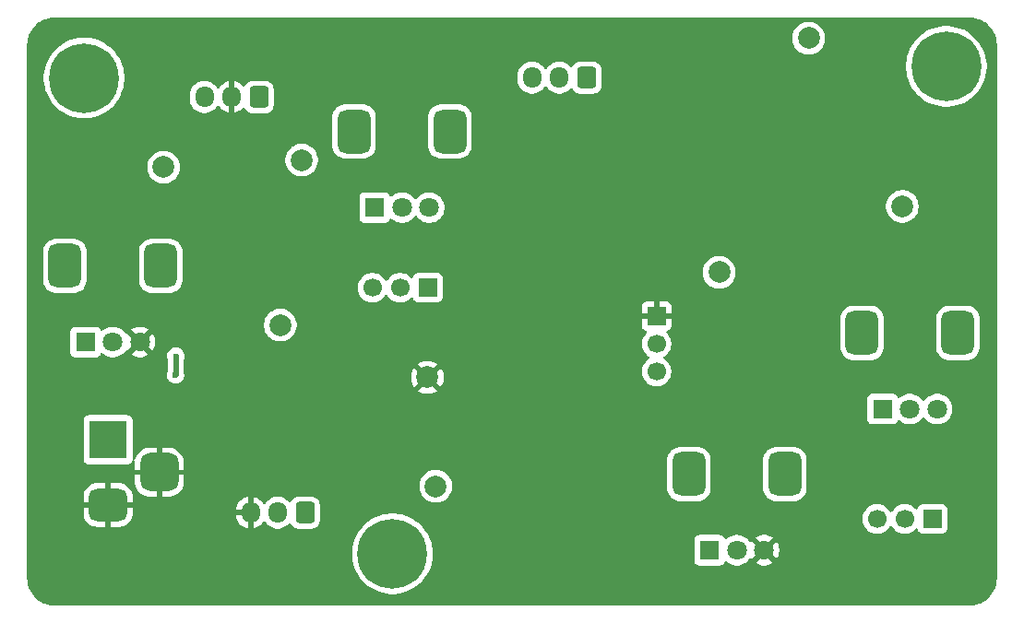
<source format=gbr>
%TF.GenerationSoftware,KiCad,Pcbnew,9.0.4*%
%TF.CreationDate,2025-10-06T02:07:33-06:00*%
%TF.ProjectId,Levitation_Analog_v1,4c657669-7461-4746-996f-6e5f416e616c,rev?*%
%TF.SameCoordinates,Original*%
%TF.FileFunction,Copper,L2,Bot*%
%TF.FilePolarity,Positive*%
%FSLAX46Y46*%
G04 Gerber Fmt 4.6, Leading zero omitted, Abs format (unit mm)*
G04 Created by KiCad (PCBNEW 9.0.4) date 2025-10-06 02:07:33*
%MOMM*%
%LPD*%
G01*
G04 APERTURE LIST*
G04 Aperture macros list*
%AMRoundRect*
0 Rectangle with rounded corners*
0 $1 Rounding radius*
0 $2 $3 $4 $5 $6 $7 $8 $9 X,Y pos of 4 corners*
0 Add a 4 corners polygon primitive as box body*
4,1,4,$2,$3,$4,$5,$6,$7,$8,$9,$2,$3,0*
0 Add four circle primitives for the rounded corners*
1,1,$1+$1,$2,$3*
1,1,$1+$1,$4,$5*
1,1,$1+$1,$6,$7*
1,1,$1+$1,$8,$9*
0 Add four rect primitives between the rounded corners*
20,1,$1+$1,$2,$3,$4,$5,0*
20,1,$1+$1,$4,$5,$6,$7,0*
20,1,$1+$1,$6,$7,$8,$9,0*
20,1,$1+$1,$8,$9,$2,$3,0*%
G04 Aperture macros list end*
%TA.AperFunction,ComponentPad*%
%ADD10C,2.000000*%
%TD*%
%TA.AperFunction,ComponentPad*%
%ADD11R,1.800000X1.800000*%
%TD*%
%TA.AperFunction,ComponentPad*%
%ADD12C,1.800000*%
%TD*%
%TA.AperFunction,ComponentPad*%
%ADD13RoundRect,0.750000X0.750000X-1.250000X0.750000X1.250000X-0.750000X1.250000X-0.750000X-1.250000X0*%
%TD*%
%TA.AperFunction,ComponentPad*%
%ADD14C,6.400000*%
%TD*%
%TA.AperFunction,ComponentPad*%
%ADD15R,1.700000X1.700000*%
%TD*%
%TA.AperFunction,ComponentPad*%
%ADD16C,1.700000*%
%TD*%
%TA.AperFunction,ComponentPad*%
%ADD17RoundRect,0.250000X0.600000X0.725000X-0.600000X0.725000X-0.600000X-0.725000X0.600000X-0.725000X0*%
%TD*%
%TA.AperFunction,ComponentPad*%
%ADD18O,1.700000X1.950000*%
%TD*%
%TA.AperFunction,ComponentPad*%
%ADD19R,3.500000X3.500000*%
%TD*%
%TA.AperFunction,ComponentPad*%
%ADD20RoundRect,0.750000X1.000000X-0.750000X1.000000X0.750000X-1.000000X0.750000X-1.000000X-0.750000X0*%
%TD*%
%TA.AperFunction,ComponentPad*%
%ADD21RoundRect,0.875000X0.875000X-0.875000X0.875000X0.875000X-0.875000X0.875000X-0.875000X-0.875000X0*%
%TD*%
%TA.AperFunction,ViaPad*%
%ADD22C,0.600000*%
%TD*%
%TA.AperFunction,Conductor*%
%ADD23C,0.508000*%
%TD*%
G04 APERTURE END LIST*
D10*
%TO.P,TP7,1,1*%
%TO.N,Net-(J2-Pin_2)*%
X114130000Y-67560000D03*
%TD*%
%TO.P,TP8,1,1*%
%TO.N,Net-(S1-Pad1)*%
X173340000Y-55720000D03*
%TD*%
D11*
%TO.P,RV3,1,1*%
%TO.N,+5V*%
X164250000Y-102760000D03*
D12*
%TO.P,RV3,2,2*%
%TO.N,Net-(U3A--)*%
X166750000Y-102760000D03*
%TO.P,RV3,3,3*%
%TO.N,GND*%
X169250000Y-102760000D03*
D13*
%TO.P,RV3,MP*%
%TO.N,N/C*%
X162350000Y-95760000D03*
X171150000Y-95760000D03*
%TD*%
D14*
%TO.P,H3,1*%
%TO.N,N/C*%
X135130000Y-103090000D03*
%TD*%
D11*
%TO.P,RV1,1,1*%
%TO.N,Net-(J2-Pin_3)*%
X133510000Y-71280000D03*
D12*
%TO.P,RV1,2,2*%
%TO.N,Net-(J2-Pin_1)*%
X136010000Y-71280000D03*
%TO.P,RV1,3,3*%
%TO.N,unconnected-(RV1-Pad3)*%
X138510000Y-71280000D03*
D13*
%TO.P,RV1,MP*%
%TO.N,N/C*%
X131610000Y-64280000D03*
X140410000Y-64280000D03*
%TD*%
D10*
%TO.P,TP1,1,1*%
%TO.N,Net-(MOSFET1-G)*%
X124840000Y-82080000D03*
%TD*%
%TO.P,TP6,1,1*%
%TO.N,Net-(J2-Pin_3)*%
X126810000Y-66920000D03*
%TD*%
D15*
%TO.P,J2,1,Pin_1*%
%TO.N,Net-(J2-Pin_1)*%
X138380000Y-78640000D03*
D16*
%TO.P,J2,2,Pin_2*%
%TO.N,Net-(J2-Pin_2)*%
X135840000Y-78640000D03*
%TO.P,J2,3,Pin_3*%
%TO.N,Net-(J2-Pin_3)*%
X133300000Y-78640000D03*
%TD*%
D15*
%TO.P,J3,1,Pin_1*%
%TO.N,Net-(J3-Pin_1)*%
X184690000Y-99880000D03*
D16*
%TO.P,J3,2,Pin_2*%
%TO.N,Net-(J3-Pin_2)*%
X182150000Y-99880000D03*
%TO.P,J3,3,Pin_3*%
%TO.N,Net-(J3-Pin_3)*%
X179610000Y-99880000D03*
%TD*%
D17*
%TO.P,J1,1,Pin_1*%
%TO.N,+5V*%
X122880000Y-61120000D03*
D18*
%TO.P,J1,2,Pin_2*%
%TO.N,GND*%
X120380000Y-61120000D03*
%TO.P,J1,3,Pin_3*%
%TO.N,Net-(J1-Pin_3)*%
X117880000Y-61120000D03*
%TD*%
D11*
%TO.P,RV4,1,1*%
%TO.N,Net-(J3-Pin_3)*%
X180130000Y-89790000D03*
D12*
%TO.P,RV4,2,2*%
%TO.N,Net-(J3-Pin_1)*%
X182630000Y-89790000D03*
%TO.P,RV4,3,3*%
%TO.N,unconnected-(RV4-Pad3)*%
X185130000Y-89790000D03*
D13*
%TO.P,RV4,MP*%
%TO.N,N/C*%
X178230000Y-82790000D03*
X187030000Y-82790000D03*
%TD*%
D11*
%TO.P,RV2,1,1*%
%TO.N,+5V*%
X106970000Y-83630000D03*
D12*
%TO.P,RV2,2,2*%
%TO.N,Net-(U1B--)*%
X109470000Y-83630000D03*
%TO.P,RV2,3,3*%
%TO.N,GND*%
X111970000Y-83630000D03*
D13*
%TO.P,RV2,MP*%
%TO.N,N/C*%
X105070000Y-76630000D03*
X113870000Y-76630000D03*
%TD*%
D10*
%TO.P,TP5,1,1*%
%TO.N,Net-(J3-Pin_2)*%
X139100000Y-96880000D03*
%TD*%
%TO.P,TP3,1,1*%
%TO.N,GND*%
X138340000Y-86880000D03*
%TD*%
%TO.P,TP2,1,1*%
%TO.N,Net-(J3-Pin_3)*%
X181940000Y-71170000D03*
%TD*%
D19*
%TO.P,J7,1*%
%TO.N,+12V*%
X109032500Y-92600000D03*
D20*
%TO.P,J7,2*%
%TO.N,GND*%
X109032500Y-98600000D03*
D21*
%TO.P,J7,3*%
X113732500Y-95600000D03*
%TD*%
D14*
%TO.P,H2,1*%
%TO.N,N/C*%
X185970000Y-58310000D03*
%TD*%
%TO.P,H1,1*%
%TO.N,N/C*%
X106840000Y-59380000D03*
%TD*%
D17*
%TO.P,J4,1,Pin_1*%
%TO.N,+12V*%
X127110000Y-99300000D03*
D18*
%TO.P,J4,2,Pin_2*%
%TO.N,unconnected-(J4-Pin_2-Pad2)*%
X124610000Y-99300000D03*
%TO.P,J4,3,Pin_3*%
%TO.N,GND*%
X122110000Y-99300000D03*
%TD*%
D15*
%TO.P,J6,1,Pin_1*%
%TO.N,GND*%
X159380000Y-81260000D03*
D16*
%TO.P,J6,2,Pin_2*%
%TO.N,Net-(J6-Pin_2)*%
X159380000Y-83800000D03*
%TO.P,J6,3,Pin_3*%
%TO.N,Net-(J6-Pin_3)*%
X159380000Y-86340000D03*
%TD*%
D10*
%TO.P,TP4,1,1*%
%TO.N,Net-(U3A-+)*%
X165120000Y-77220000D03*
%TD*%
D17*
%TO.P,J5,1,Pin_1*%
%TO.N,Net-(D1-A)*%
X152950000Y-59340000D03*
D18*
%TO.P,J5,2,Pin_2*%
%TO.N,unconnected-(J5-Pin_2-Pad2)*%
X150450000Y-59340000D03*
%TO.P,J5,3,Pin_3*%
%TO.N,Net-(D1-K)*%
X147950000Y-59340000D03*
%TD*%
D22*
%TO.N,+12V*%
X115230000Y-86660000D03*
X115250000Y-84940000D03*
%TO.N,GND*%
X178590000Y-72080000D03*
X170870000Y-72090000D03*
X151750000Y-104540000D03*
X153590000Y-104470000D03*
X118750000Y-66410000D03*
X174170000Y-62810000D03*
X180210000Y-66010000D03*
X165900000Y-69780000D03*
X167160000Y-73090000D03*
X159960000Y-72860000D03*
X184800000Y-93100000D03*
X153590000Y-103060000D03*
X153580000Y-103770000D03*
X153590000Y-102360000D03*
X153570000Y-101660000D03*
X151720000Y-103830000D03*
X151730000Y-103130000D03*
X151740000Y-102390000D03*
X151740000Y-101680000D03*
X142320000Y-103290000D03*
X133130000Y-95750000D03*
X117510000Y-104930000D03*
X118030000Y-90260000D03*
X120420000Y-88140000D03*
X120440000Y-87460000D03*
X123180000Y-88070000D03*
X123180000Y-87430000D03*
X131780000Y-92020000D03*
X142000000Y-85970000D03*
X138110000Y-74280000D03*
X125280000Y-74960000D03*
%TD*%
D23*
%TO.N,+12V*%
X115250000Y-86640000D02*
X115230000Y-86660000D01*
X115250000Y-84940000D02*
X115250000Y-86640000D01*
%TD*%
%TA.AperFunction,Conductor*%
%TO.N,GND*%
G36*
X188113736Y-53830726D02*
G01*
X188403796Y-53848271D01*
X188418659Y-53850076D01*
X188700798Y-53901780D01*
X188715335Y-53905363D01*
X188989172Y-53990695D01*
X189003163Y-53996000D01*
X189264743Y-54113727D01*
X189277989Y-54120680D01*
X189523465Y-54269075D01*
X189535776Y-54277573D01*
X189761573Y-54454473D01*
X189772781Y-54464403D01*
X189975596Y-54667218D01*
X189985526Y-54678426D01*
X190015016Y-54716067D01*
X190105481Y-54831538D01*
X190162422Y-54904217D01*
X190170926Y-54916537D01*
X190181221Y-54933567D01*
X190319316Y-55162004D01*
X190326275Y-55175263D01*
X190443997Y-55436831D01*
X190449306Y-55450832D01*
X190534635Y-55724663D01*
X190538219Y-55739201D01*
X190589923Y-56021340D01*
X190591728Y-56036205D01*
X190609274Y-56326263D01*
X190609500Y-56333750D01*
X190609500Y-105326249D01*
X190609274Y-105333736D01*
X190591728Y-105623794D01*
X190589923Y-105638659D01*
X190538219Y-105920798D01*
X190534635Y-105935336D01*
X190449306Y-106209167D01*
X190443997Y-106223168D01*
X190326275Y-106484736D01*
X190319316Y-106497995D01*
X190170928Y-106743459D01*
X190162422Y-106755782D01*
X189985526Y-106981573D01*
X189975596Y-106992781D01*
X189772781Y-107195596D01*
X189761573Y-107205526D01*
X189535782Y-107382422D01*
X189523459Y-107390928D01*
X189277995Y-107539316D01*
X189264736Y-107546275D01*
X189003168Y-107663997D01*
X188989167Y-107669306D01*
X188715336Y-107754635D01*
X188700798Y-107758219D01*
X188418659Y-107809923D01*
X188403794Y-107811728D01*
X188113736Y-107829274D01*
X188106249Y-107829500D01*
X104113751Y-107829500D01*
X104106264Y-107829274D01*
X103816205Y-107811728D01*
X103801340Y-107809923D01*
X103519201Y-107758219D01*
X103504663Y-107754635D01*
X103230832Y-107669306D01*
X103216831Y-107663997D01*
X102955263Y-107546275D01*
X102942004Y-107539316D01*
X102696540Y-107390928D01*
X102684217Y-107382422D01*
X102458426Y-107205526D01*
X102447218Y-107195596D01*
X102244403Y-106992781D01*
X102234473Y-106981573D01*
X102057573Y-106755776D01*
X102049075Y-106743465D01*
X101900680Y-106497989D01*
X101893727Y-106484743D01*
X101776000Y-106223163D01*
X101770693Y-106209167D01*
X101726033Y-106065849D01*
X101685363Y-105935335D01*
X101681780Y-105920798D01*
X101630076Y-105638659D01*
X101628271Y-105623794D01*
X101625507Y-105578106D01*
X101610726Y-105333736D01*
X101610500Y-105326249D01*
X101610500Y-102908206D01*
X131429500Y-102908206D01*
X131429500Y-103271794D01*
X131440337Y-103381829D01*
X131465137Y-103633630D01*
X131536064Y-103990212D01*
X131536067Y-103990223D01*
X131641614Y-104338165D01*
X131780754Y-104674078D01*
X131780756Y-104674083D01*
X131952140Y-104994720D01*
X131952151Y-104994738D01*
X132154140Y-105297035D01*
X132154150Y-105297049D01*
X132384807Y-105578106D01*
X132641893Y-105835192D01*
X132641898Y-105835196D01*
X132641899Y-105835197D01*
X132922956Y-106065854D01*
X133225268Y-106267853D01*
X133225277Y-106267858D01*
X133225279Y-106267859D01*
X133545916Y-106439243D01*
X133545918Y-106439243D01*
X133545924Y-106439247D01*
X133881836Y-106578386D01*
X134229767Y-106683930D01*
X134229773Y-106683931D01*
X134229776Y-106683932D01*
X134229787Y-106683935D01*
X134586369Y-106754862D01*
X134948206Y-106790500D01*
X134948209Y-106790500D01*
X135311791Y-106790500D01*
X135311794Y-106790500D01*
X135673631Y-106754862D01*
X135743045Y-106741054D01*
X136030212Y-106683935D01*
X136030223Y-106683932D01*
X136030223Y-106683931D01*
X136030233Y-106683930D01*
X136378164Y-106578386D01*
X136714076Y-106439247D01*
X137034732Y-106267853D01*
X137337044Y-106065854D01*
X137618101Y-105835197D01*
X137875197Y-105578101D01*
X138105854Y-105297044D01*
X138307853Y-104994732D01*
X138479247Y-104674076D01*
X138618386Y-104338164D01*
X138723930Y-103990233D01*
X138723932Y-103990223D01*
X138723935Y-103990212D01*
X138794862Y-103633630D01*
X138830500Y-103271794D01*
X138830500Y-102908206D01*
X138794862Y-102546369D01*
X138776289Y-102452993D01*
X138723935Y-102189787D01*
X138723932Y-102189776D01*
X138723931Y-102189773D01*
X138723930Y-102189767D01*
X138618386Y-101841836D01*
X138606083Y-101812135D01*
X162849500Y-101812135D01*
X162849500Y-103707870D01*
X162849501Y-103707876D01*
X162855908Y-103767483D01*
X162906202Y-103902328D01*
X162906206Y-103902335D01*
X162992452Y-104017544D01*
X162992455Y-104017547D01*
X163107664Y-104103793D01*
X163107671Y-104103797D01*
X163242517Y-104154091D01*
X163242516Y-104154091D01*
X163249444Y-104154835D01*
X163302127Y-104160500D01*
X165197872Y-104160499D01*
X165257483Y-104154091D01*
X165392331Y-104103796D01*
X165507546Y-104017546D01*
X165593796Y-103902331D01*
X165612735Y-103851554D01*
X165654606Y-103795620D01*
X165720070Y-103771202D01*
X165788343Y-103786053D01*
X165816598Y-103807205D01*
X165837636Y-103828243D01*
X165837641Y-103828247D01*
X165869721Y-103851554D01*
X166015978Y-103957815D01*
X166144375Y-104023237D01*
X166212393Y-104057895D01*
X166212396Y-104057896D01*
X166317221Y-104091955D01*
X166422049Y-104126015D01*
X166639778Y-104160500D01*
X166639779Y-104160500D01*
X166860221Y-104160500D01*
X166860222Y-104160500D01*
X167077951Y-104126015D01*
X167287606Y-104057895D01*
X167484022Y-103957815D01*
X167662365Y-103828242D01*
X167818242Y-103672365D01*
X167899991Y-103559845D01*
X167955320Y-103517180D01*
X168024933Y-103511201D01*
X168086728Y-103543806D01*
X168098582Y-103557485D01*
X168098932Y-103557513D01*
X168767037Y-102889408D01*
X168784075Y-102952993D01*
X168849901Y-103067007D01*
X168942993Y-103160099D01*
X169057007Y-103225925D01*
X169120590Y-103242962D01*
X168452485Y-103911065D01*
X168452485Y-103911066D01*
X168516243Y-103957388D01*
X168712589Y-104057432D01*
X168922164Y-104125526D01*
X169139819Y-104160000D01*
X169360181Y-104160000D01*
X169577835Y-104125526D01*
X169787410Y-104057432D01*
X169983760Y-103957386D01*
X170047513Y-103911066D01*
X170047514Y-103911066D01*
X169379409Y-103242962D01*
X169442993Y-103225925D01*
X169557007Y-103160099D01*
X169650099Y-103067007D01*
X169715925Y-102952993D01*
X169732962Y-102889410D01*
X170401066Y-103557514D01*
X170401066Y-103557513D01*
X170447386Y-103493760D01*
X170547432Y-103297410D01*
X170615526Y-103087835D01*
X170650000Y-102870181D01*
X170650000Y-102649818D01*
X170615526Y-102432164D01*
X170547432Y-102222589D01*
X170447388Y-102026243D01*
X170401066Y-101962485D01*
X170401065Y-101962485D01*
X169732962Y-102630589D01*
X169715925Y-102567007D01*
X169650099Y-102452993D01*
X169557007Y-102359901D01*
X169442993Y-102294075D01*
X169379407Y-102277037D01*
X170047513Y-101608932D01*
X169983756Y-101562611D01*
X169787410Y-101462567D01*
X169577835Y-101394473D01*
X169360181Y-101360000D01*
X169139819Y-101360000D01*
X168922164Y-101394473D01*
X168712589Y-101462567D01*
X168516233Y-101562616D01*
X168452485Y-101608931D01*
X168452485Y-101608932D01*
X169120590Y-102277037D01*
X169057007Y-102294075D01*
X168942993Y-102359901D01*
X168849901Y-102452993D01*
X168784075Y-102567007D01*
X168767037Y-102630590D01*
X168098932Y-101962485D01*
X168097448Y-101962602D01*
X168045296Y-102002817D01*
X167975682Y-102008796D01*
X167913887Y-101976190D01*
X167899990Y-101960151D01*
X167818247Y-101847641D01*
X167818243Y-101847636D01*
X167662363Y-101691756D01*
X167662358Y-101691752D01*
X167484025Y-101562187D01*
X167484024Y-101562186D01*
X167484022Y-101562185D01*
X167373605Y-101505924D01*
X167287606Y-101462104D01*
X167287603Y-101462103D01*
X167077952Y-101393985D01*
X166969086Y-101376742D01*
X166860222Y-101359500D01*
X166639778Y-101359500D01*
X166567201Y-101370995D01*
X166422047Y-101393985D01*
X166212396Y-101462103D01*
X166212393Y-101462104D01*
X166015974Y-101562187D01*
X165837641Y-101691752D01*
X165837635Y-101691757D01*
X165816596Y-101712796D01*
X165755273Y-101746280D01*
X165685581Y-101741294D01*
X165629648Y-101699421D01*
X165612735Y-101668446D01*
X165593797Y-101617671D01*
X165593793Y-101617664D01*
X165507547Y-101502455D01*
X165507544Y-101502452D01*
X165392335Y-101416206D01*
X165392328Y-101416202D01*
X165257482Y-101365908D01*
X165257483Y-101365908D01*
X165197883Y-101359501D01*
X165197881Y-101359500D01*
X165197873Y-101359500D01*
X165197864Y-101359500D01*
X163302129Y-101359500D01*
X163302123Y-101359501D01*
X163242516Y-101365908D01*
X163107671Y-101416202D01*
X163107664Y-101416206D01*
X162992455Y-101502452D01*
X162992452Y-101502455D01*
X162906206Y-101617664D01*
X162906202Y-101617671D01*
X162855908Y-101752517D01*
X162849501Y-101812116D01*
X162849500Y-101812135D01*
X138606083Y-101812135D01*
X138479247Y-101505924D01*
X138477392Y-101502454D01*
X138307859Y-101185279D01*
X138307858Y-101185277D01*
X138307853Y-101185268D01*
X138105854Y-100882956D01*
X137875197Y-100601899D01*
X137875196Y-100601898D01*
X137875192Y-100601893D01*
X137618106Y-100344807D01*
X137337049Y-100114150D01*
X137337048Y-100114149D01*
X137337044Y-100114146D01*
X137034732Y-99912147D01*
X137034727Y-99912144D01*
X137034720Y-99912140D01*
X136971220Y-99878199D01*
X136775741Y-99773713D01*
X178259500Y-99773713D01*
X178259500Y-99986286D01*
X178279751Y-100114150D01*
X178292754Y-100196243D01*
X178341024Y-100344803D01*
X178358444Y-100398414D01*
X178454951Y-100587820D01*
X178579890Y-100759786D01*
X178730213Y-100910109D01*
X178902179Y-101035048D01*
X178902181Y-101035049D01*
X178902184Y-101035051D01*
X179091588Y-101131557D01*
X179293757Y-101197246D01*
X179503713Y-101230500D01*
X179503714Y-101230500D01*
X179716286Y-101230500D01*
X179716287Y-101230500D01*
X179926243Y-101197246D01*
X180128412Y-101131557D01*
X180317816Y-101035051D01*
X180404138Y-100972335D01*
X180489786Y-100910109D01*
X180489788Y-100910106D01*
X180489792Y-100910104D01*
X180640104Y-100759792D01*
X180640106Y-100759788D01*
X180640109Y-100759786D01*
X180754819Y-100601899D01*
X180765051Y-100587816D01*
X180769514Y-100579054D01*
X180817488Y-100528259D01*
X180885308Y-100511463D01*
X180951444Y-100533999D01*
X180990486Y-100579056D01*
X180994951Y-100587820D01*
X181119890Y-100759786D01*
X181270213Y-100910109D01*
X181442179Y-101035048D01*
X181442181Y-101035049D01*
X181442184Y-101035051D01*
X181631588Y-101131557D01*
X181833757Y-101197246D01*
X182043713Y-101230500D01*
X182043714Y-101230500D01*
X182256286Y-101230500D01*
X182256287Y-101230500D01*
X182466243Y-101197246D01*
X182668412Y-101131557D01*
X182857816Y-101035051D01*
X183029792Y-100910104D01*
X183143329Y-100796566D01*
X183204648Y-100763084D01*
X183274340Y-100768068D01*
X183330274Y-100809939D01*
X183347189Y-100840917D01*
X183396202Y-100972328D01*
X183396206Y-100972335D01*
X183482452Y-101087544D01*
X183482455Y-101087547D01*
X183597664Y-101173793D01*
X183597671Y-101173797D01*
X183732517Y-101224091D01*
X183732516Y-101224091D01*
X183739444Y-101224835D01*
X183792127Y-101230500D01*
X185587872Y-101230499D01*
X185647483Y-101224091D01*
X185782331Y-101173796D01*
X185897546Y-101087546D01*
X185983796Y-100972331D01*
X186034091Y-100837483D01*
X186040500Y-100777873D01*
X186040499Y-98982128D01*
X186034091Y-98922517D01*
X186032810Y-98919083D01*
X185983797Y-98787671D01*
X185983793Y-98787664D01*
X185897547Y-98672455D01*
X185897544Y-98672452D01*
X185782335Y-98586206D01*
X185782328Y-98586202D01*
X185647482Y-98535908D01*
X185647483Y-98535908D01*
X185587883Y-98529501D01*
X185587881Y-98529500D01*
X185587873Y-98529500D01*
X185587864Y-98529500D01*
X183792129Y-98529500D01*
X183792123Y-98529501D01*
X183732516Y-98535908D01*
X183597671Y-98586202D01*
X183597664Y-98586206D01*
X183482455Y-98672452D01*
X183482452Y-98672455D01*
X183396206Y-98787664D01*
X183396203Y-98787669D01*
X183347189Y-98919083D01*
X183305317Y-98975016D01*
X183239853Y-98999433D01*
X183171580Y-98984581D01*
X183143326Y-98963430D01*
X183029786Y-98849890D01*
X182857820Y-98724951D01*
X182668414Y-98628444D01*
X182668413Y-98628443D01*
X182668412Y-98628443D01*
X182466243Y-98562754D01*
X182466241Y-98562753D01*
X182466240Y-98562753D01*
X182304957Y-98537208D01*
X182256287Y-98529500D01*
X182043713Y-98529500D01*
X181995042Y-98537208D01*
X181833760Y-98562753D01*
X181631585Y-98628444D01*
X181442179Y-98724951D01*
X181270213Y-98849890D01*
X181119890Y-99000213D01*
X180994949Y-99172182D01*
X180990484Y-99180946D01*
X180942509Y-99231742D01*
X180874688Y-99248536D01*
X180808553Y-99225998D01*
X180769516Y-99180946D01*
X180765050Y-99172182D01*
X180640109Y-99000213D01*
X180489786Y-98849890D01*
X180317820Y-98724951D01*
X180128414Y-98628444D01*
X180128413Y-98628443D01*
X180128412Y-98628443D01*
X179926243Y-98562754D01*
X179926241Y-98562753D01*
X179926240Y-98562753D01*
X179764957Y-98537208D01*
X179716287Y-98529500D01*
X179503713Y-98529500D01*
X179455042Y-98537208D01*
X179293760Y-98562753D01*
X179091585Y-98628444D01*
X178902179Y-98724951D01*
X178730213Y-98849890D01*
X178579890Y-99000213D01*
X178454951Y-99172179D01*
X178358444Y-99361585D01*
X178292753Y-99563760D01*
X178259500Y-99773713D01*
X136775741Y-99773713D01*
X136714083Y-99740756D01*
X136714078Y-99740754D01*
X136378165Y-99601614D01*
X136030223Y-99496067D01*
X136030212Y-99496064D01*
X135673630Y-99425137D01*
X135401111Y-99398296D01*
X135311794Y-99389500D01*
X134948206Y-99389500D01*
X134865679Y-99397628D01*
X134586369Y-99425137D01*
X134229787Y-99496064D01*
X134229776Y-99496067D01*
X133881834Y-99601614D01*
X133545921Y-99740754D01*
X133545916Y-99740756D01*
X133225279Y-99912140D01*
X133225261Y-99912151D01*
X132922964Y-100114140D01*
X132922950Y-100114150D01*
X132641893Y-100344807D01*
X132384807Y-100601893D01*
X132154150Y-100882950D01*
X132154140Y-100882964D01*
X131952151Y-101185261D01*
X131952140Y-101185279D01*
X131780756Y-101505916D01*
X131780754Y-101505921D01*
X131641614Y-101841834D01*
X131536067Y-102189776D01*
X131536064Y-102189787D01*
X131465137Y-102546369D01*
X131450580Y-102694174D01*
X131429500Y-102908206D01*
X101610500Y-102908206D01*
X101610500Y-97785803D01*
X106782500Y-97785803D01*
X106782500Y-98350000D01*
X107599488Y-98350000D01*
X107566575Y-98407007D01*
X107532500Y-98534174D01*
X107532500Y-98665826D01*
X107566575Y-98792993D01*
X107599488Y-98850000D01*
X106782501Y-98850000D01*
X106782501Y-99414197D01*
X106792900Y-99546332D01*
X106847877Y-99764519D01*
X106940928Y-99969374D01*
X106940931Y-99969380D01*
X107069059Y-100154323D01*
X107069069Y-100154335D01*
X107228164Y-100313430D01*
X107228176Y-100313440D01*
X107413119Y-100441568D01*
X107413125Y-100441571D01*
X107617980Y-100534622D01*
X107836167Y-100589599D01*
X107968310Y-100599999D01*
X108782499Y-100599999D01*
X108782500Y-100599998D01*
X108782500Y-99100000D01*
X109282500Y-99100000D01*
X109282500Y-100599999D01*
X110096682Y-100599999D01*
X110096697Y-100599998D01*
X110228832Y-100589599D01*
X110447019Y-100534622D01*
X110651874Y-100441571D01*
X110651880Y-100441568D01*
X110836823Y-100313440D01*
X110836835Y-100313430D01*
X110995930Y-100154335D01*
X110995940Y-100154323D01*
X111124068Y-99969380D01*
X111124071Y-99969374D01*
X111217122Y-99764519D01*
X111272099Y-99546332D01*
X111275494Y-99503207D01*
X111275494Y-99503206D01*
X111282499Y-99414196D01*
X111282500Y-99414184D01*
X111282500Y-99050000D01*
X120762970Y-99050000D01*
X121705854Y-99050000D01*
X121667370Y-99116657D01*
X121635000Y-99237465D01*
X121635000Y-99362535D01*
X121667370Y-99483343D01*
X121705854Y-99550000D01*
X120762970Y-99550000D01*
X120793242Y-99741127D01*
X120793242Y-99741130D01*
X120858904Y-99943217D01*
X120955379Y-100132557D01*
X121080272Y-100304459D01*
X121080276Y-100304464D01*
X121230535Y-100454723D01*
X121230540Y-100454727D01*
X121402442Y-100579620D01*
X121591782Y-100676095D01*
X121793871Y-100741757D01*
X121860000Y-100752231D01*
X121860000Y-99704145D01*
X121926657Y-99742630D01*
X122047465Y-99775000D01*
X122172535Y-99775000D01*
X122293343Y-99742630D01*
X122360000Y-99704145D01*
X122360000Y-100752230D01*
X122426126Y-100741757D01*
X122426129Y-100741757D01*
X122628217Y-100676095D01*
X122817557Y-100579620D01*
X122989459Y-100454727D01*
X122989464Y-100454723D01*
X123139721Y-100304466D01*
X123259371Y-100139781D01*
X123314701Y-100097115D01*
X123384314Y-100091136D01*
X123446110Y-100123741D01*
X123460008Y-100139781D01*
X123579890Y-100304785D01*
X123579894Y-100304790D01*
X123730213Y-100455109D01*
X123902179Y-100580048D01*
X123902181Y-100580049D01*
X123902184Y-100580051D01*
X124091588Y-100676557D01*
X124293757Y-100742246D01*
X124503713Y-100775500D01*
X124503714Y-100775500D01*
X124716286Y-100775500D01*
X124716287Y-100775500D01*
X124926243Y-100742246D01*
X125128412Y-100676557D01*
X125317816Y-100580051D01*
X125489792Y-100455104D01*
X125628604Y-100316291D01*
X125689923Y-100282809D01*
X125759615Y-100287793D01*
X125815549Y-100329664D01*
X125821821Y-100338878D01*
X125825185Y-100344333D01*
X125825186Y-100344334D01*
X125917288Y-100493656D01*
X126041344Y-100617712D01*
X126190666Y-100709814D01*
X126357203Y-100764999D01*
X126459991Y-100775500D01*
X127760008Y-100775499D01*
X127862797Y-100764999D01*
X128029334Y-100709814D01*
X128178656Y-100617712D01*
X128302712Y-100493656D01*
X128394814Y-100344334D01*
X128449999Y-100177797D01*
X128460500Y-100075009D01*
X128460499Y-98524992D01*
X128458851Y-98508863D01*
X128449999Y-98422203D01*
X128449998Y-98422200D01*
X128394814Y-98255666D01*
X128302712Y-98106344D01*
X128178656Y-97982288D01*
X128029334Y-97890186D01*
X127862797Y-97835001D01*
X127862795Y-97835000D01*
X127760010Y-97824500D01*
X126459998Y-97824500D01*
X126459981Y-97824501D01*
X126357203Y-97835000D01*
X126357200Y-97835001D01*
X126190668Y-97890185D01*
X126190663Y-97890187D01*
X126041342Y-97982289D01*
X125917289Y-98106342D01*
X125821821Y-98261121D01*
X125769873Y-98307845D01*
X125700910Y-98319068D01*
X125636828Y-98291224D01*
X125628601Y-98283705D01*
X125489786Y-98144890D01*
X125317820Y-98019951D01*
X125128414Y-97923444D01*
X125128413Y-97923443D01*
X125128412Y-97923443D01*
X124926243Y-97857754D01*
X124926241Y-97857753D01*
X124926240Y-97857753D01*
X124764957Y-97832208D01*
X124716287Y-97824500D01*
X124503713Y-97824500D01*
X124455042Y-97832208D01*
X124293760Y-97857753D01*
X124091585Y-97923444D01*
X123902179Y-98019951D01*
X123730213Y-98144890D01*
X123579894Y-98295209D01*
X123579890Y-98295214D01*
X123460008Y-98460218D01*
X123404678Y-98502884D01*
X123335065Y-98508863D01*
X123273270Y-98476257D01*
X123259372Y-98460218D01*
X123139727Y-98295540D01*
X123139723Y-98295535D01*
X122989464Y-98145276D01*
X122989459Y-98145272D01*
X122817557Y-98020379D01*
X122628215Y-97923903D01*
X122426124Y-97858241D01*
X122360000Y-97847768D01*
X122360000Y-98895854D01*
X122293343Y-98857370D01*
X122172535Y-98825000D01*
X122047465Y-98825000D01*
X121926657Y-98857370D01*
X121860000Y-98895854D01*
X121860000Y-97847768D01*
X121859999Y-97847768D01*
X121793875Y-97858241D01*
X121591784Y-97923903D01*
X121402442Y-98020379D01*
X121230540Y-98145272D01*
X121230535Y-98145276D01*
X121080276Y-98295535D01*
X121080272Y-98295540D01*
X120955379Y-98467442D01*
X120858904Y-98656782D01*
X120793242Y-98858869D01*
X120793242Y-98858872D01*
X120762970Y-99050000D01*
X111282500Y-99050000D01*
X111282500Y-98850000D01*
X110465512Y-98850000D01*
X110498425Y-98792993D01*
X110532500Y-98665826D01*
X110532500Y-98534174D01*
X110498425Y-98407007D01*
X110465512Y-98350000D01*
X111282499Y-98350000D01*
X111282499Y-97785817D01*
X111282498Y-97785802D01*
X111272099Y-97653667D01*
X111217122Y-97435480D01*
X111124071Y-97230625D01*
X111124068Y-97230619D01*
X110995940Y-97045676D01*
X110995930Y-97045664D01*
X110836835Y-96886569D01*
X110836823Y-96886559D01*
X110651880Y-96758431D01*
X110651874Y-96758428D01*
X110447019Y-96665377D01*
X110228832Y-96610400D01*
X110096696Y-96600000D01*
X109282500Y-96600000D01*
X109282500Y-98100000D01*
X108782500Y-98100000D01*
X108782500Y-96600000D01*
X107968317Y-96600000D01*
X107968302Y-96600001D01*
X107836167Y-96610400D01*
X107617980Y-96665377D01*
X107413125Y-96758428D01*
X107413119Y-96758431D01*
X107228176Y-96886559D01*
X107228164Y-96886569D01*
X107069069Y-97045664D01*
X107069059Y-97045676D01*
X106940931Y-97230619D01*
X106940928Y-97230625D01*
X106847877Y-97435480D01*
X106792900Y-97653667D01*
X106782500Y-97785803D01*
X101610500Y-97785803D01*
X101610500Y-90802135D01*
X106782000Y-90802135D01*
X106782000Y-94397870D01*
X106782001Y-94397876D01*
X106788408Y-94457483D01*
X106838702Y-94592328D01*
X106838706Y-94592335D01*
X106924952Y-94707544D01*
X106924955Y-94707547D01*
X107040164Y-94793793D01*
X107040171Y-94793797D01*
X107175017Y-94844091D01*
X107175016Y-94844091D01*
X107181944Y-94844835D01*
X107234627Y-94850500D01*
X110830372Y-94850499D01*
X110889983Y-94844091D01*
X111024831Y-94793796D01*
X111140046Y-94707546D01*
X111226296Y-94592331D01*
X111244512Y-94543491D01*
X111286380Y-94487560D01*
X111351844Y-94463141D01*
X111420117Y-94477991D01*
X111469524Y-94527396D01*
X111484518Y-94593401D01*
X111482501Y-94631374D01*
X111482500Y-94631421D01*
X111482500Y-95350000D01*
X113232500Y-95350000D01*
X113232500Y-95850000D01*
X111482501Y-95850000D01*
X111482501Y-96568588D01*
X111485294Y-96621191D01*
X111529737Y-96850987D01*
X111612379Y-97069975D01*
X111730839Y-97271841D01*
X111730844Y-97271848D01*
X111881711Y-97450786D01*
X111881713Y-97450788D01*
X112060651Y-97601655D01*
X112060658Y-97601660D01*
X112262524Y-97720120D01*
X112481512Y-97802762D01*
X112711309Y-97847205D01*
X112763882Y-97849998D01*
X112763921Y-97849999D01*
X113482499Y-97849999D01*
X113482500Y-97849998D01*
X113482500Y-97033012D01*
X113539507Y-97065925D01*
X113666674Y-97100000D01*
X113798326Y-97100000D01*
X113925493Y-97065925D01*
X113982500Y-97033012D01*
X113982500Y-97849999D01*
X114701076Y-97849999D01*
X114701088Y-97849998D01*
X114753691Y-97847205D01*
X114983487Y-97802762D01*
X115202475Y-97720120D01*
X115404341Y-97601660D01*
X115404348Y-97601655D01*
X115583286Y-97450788D01*
X115583288Y-97450786D01*
X115734155Y-97271848D01*
X115734160Y-97271841D01*
X115852620Y-97069975D01*
X115935262Y-96850987D01*
X115952492Y-96761902D01*
X137599500Y-96761902D01*
X137599500Y-96998097D01*
X137636446Y-97231368D01*
X137709433Y-97455996D01*
X137797901Y-97629622D01*
X137816657Y-97666433D01*
X137955483Y-97857510D01*
X138122490Y-98024517D01*
X138313567Y-98163343D01*
X138375886Y-98195096D01*
X138524003Y-98270566D01*
X138524005Y-98270566D01*
X138524008Y-98270568D01*
X138600864Y-98295540D01*
X138748631Y-98343553D01*
X138981903Y-98380500D01*
X138981908Y-98380500D01*
X139218097Y-98380500D01*
X139451368Y-98343553D01*
X139675992Y-98270568D01*
X139886433Y-98163343D01*
X140077510Y-98024517D01*
X140244517Y-97857510D01*
X140383343Y-97666433D01*
X140490568Y-97455992D01*
X140563553Y-97231368D01*
X140567504Y-97206420D01*
X140600500Y-96998097D01*
X140600500Y-96761902D01*
X140563553Y-96528631D01*
X140490566Y-96304003D01*
X140383342Y-96093566D01*
X140244517Y-95902490D01*
X140077510Y-95735483D01*
X139886433Y-95596657D01*
X139675996Y-95489433D01*
X139451368Y-95416446D01*
X139218097Y-95379500D01*
X139218092Y-95379500D01*
X138981908Y-95379500D01*
X138981903Y-95379500D01*
X138748631Y-95416446D01*
X138524003Y-95489433D01*
X138313566Y-95596657D01*
X138204550Y-95675862D01*
X138122490Y-95735483D01*
X138122488Y-95735485D01*
X138122487Y-95735485D01*
X137955485Y-95902487D01*
X137955485Y-95902488D01*
X137955483Y-95902490D01*
X137895862Y-95984550D01*
X137816657Y-96093566D01*
X137709433Y-96304003D01*
X137636446Y-96528631D01*
X137599500Y-96761902D01*
X115952492Y-96761902D01*
X115957987Y-96733490D01*
X115957987Y-96733489D01*
X115979705Y-96621194D01*
X115979705Y-96621190D01*
X115982498Y-96568617D01*
X115982500Y-96568578D01*
X115982500Y-95850000D01*
X114232500Y-95850000D01*
X114232500Y-95350000D01*
X115982499Y-95350000D01*
X115982499Y-94631423D01*
X115982498Y-94631411D01*
X115979705Y-94578808D01*
X115958061Y-94466894D01*
X115953977Y-94445777D01*
X160349500Y-94445777D01*
X160349500Y-97074208D01*
X160349501Y-97074223D01*
X160359904Y-97206413D01*
X160359905Y-97206420D01*
X160414902Y-97424678D01*
X160414903Y-97424681D01*
X160507991Y-97629622D01*
X160507997Y-97629632D01*
X160636174Y-97814645D01*
X160636178Y-97814650D01*
X160636181Y-97814654D01*
X160795346Y-97973819D01*
X160795350Y-97973822D01*
X160795354Y-97973825D01*
X160868524Y-98024517D01*
X160980374Y-98102007D01*
X161185317Y-98195096D01*
X161185321Y-98195097D01*
X161403579Y-98250094D01*
X161403581Y-98250094D01*
X161403588Y-98250096D01*
X161535783Y-98260500D01*
X163164216Y-98260499D01*
X163296412Y-98250096D01*
X163514683Y-98195096D01*
X163719626Y-98102007D01*
X163904654Y-97973819D01*
X164063819Y-97814654D01*
X164192007Y-97629626D01*
X164285096Y-97424683D01*
X164340096Y-97206412D01*
X164350500Y-97074217D01*
X164350499Y-94445784D01*
X164350498Y-94445777D01*
X169149500Y-94445777D01*
X169149500Y-97074208D01*
X169149501Y-97074223D01*
X169159904Y-97206413D01*
X169159905Y-97206420D01*
X169214902Y-97424678D01*
X169214903Y-97424681D01*
X169307991Y-97629622D01*
X169307997Y-97629632D01*
X169436174Y-97814645D01*
X169436178Y-97814650D01*
X169436181Y-97814654D01*
X169595346Y-97973819D01*
X169595350Y-97973822D01*
X169595354Y-97973825D01*
X169668524Y-98024517D01*
X169780374Y-98102007D01*
X169985317Y-98195096D01*
X169985321Y-98195097D01*
X170203579Y-98250094D01*
X170203581Y-98250094D01*
X170203588Y-98250096D01*
X170335783Y-98260500D01*
X171964216Y-98260499D01*
X172096412Y-98250096D01*
X172314683Y-98195096D01*
X172519626Y-98102007D01*
X172704654Y-97973819D01*
X172863819Y-97814654D01*
X172992007Y-97629626D01*
X173085096Y-97424683D01*
X173140096Y-97206412D01*
X173150500Y-97074217D01*
X173150499Y-94445784D01*
X173140096Y-94313588D01*
X173134906Y-94292993D01*
X173085097Y-94095321D01*
X173085096Y-94095318D01*
X172992008Y-93890377D01*
X172992007Y-93890374D01*
X172960297Y-93844603D01*
X172863825Y-93705354D01*
X172863822Y-93705350D01*
X172863819Y-93705346D01*
X172704654Y-93546181D01*
X172704650Y-93546178D01*
X172704645Y-93546174D01*
X172519632Y-93417997D01*
X172519630Y-93417995D01*
X172519626Y-93417993D01*
X172314683Y-93324904D01*
X172314681Y-93324903D01*
X172314678Y-93324902D01*
X172096420Y-93269905D01*
X172096413Y-93269904D01*
X172052347Y-93266436D01*
X171964217Y-93259500D01*
X171964215Y-93259500D01*
X170335791Y-93259500D01*
X170335776Y-93259501D01*
X170203586Y-93269904D01*
X170203579Y-93269905D01*
X169985321Y-93324902D01*
X169985318Y-93324903D01*
X169780377Y-93417991D01*
X169780367Y-93417997D01*
X169595354Y-93546174D01*
X169595342Y-93546184D01*
X169436184Y-93705342D01*
X169436174Y-93705354D01*
X169307997Y-93890367D01*
X169307991Y-93890377D01*
X169214903Y-94095318D01*
X169214902Y-94095321D01*
X169159905Y-94313579D01*
X169159904Y-94313586D01*
X169149500Y-94445777D01*
X164350498Y-94445777D01*
X164340096Y-94313588D01*
X164334906Y-94292993D01*
X164285097Y-94095321D01*
X164285096Y-94095318D01*
X164192008Y-93890377D01*
X164192007Y-93890374D01*
X164160297Y-93844603D01*
X164063825Y-93705354D01*
X164063822Y-93705350D01*
X164063819Y-93705346D01*
X163904654Y-93546181D01*
X163904650Y-93546178D01*
X163904645Y-93546174D01*
X163719632Y-93417997D01*
X163719630Y-93417995D01*
X163719626Y-93417993D01*
X163514683Y-93324904D01*
X163514681Y-93324903D01*
X163514678Y-93324902D01*
X163296420Y-93269905D01*
X163296413Y-93269904D01*
X163252347Y-93266436D01*
X163164217Y-93259500D01*
X163164215Y-93259500D01*
X161535791Y-93259500D01*
X161535776Y-93259501D01*
X161403586Y-93269904D01*
X161403579Y-93269905D01*
X161185321Y-93324902D01*
X161185318Y-93324903D01*
X160980377Y-93417991D01*
X160980367Y-93417997D01*
X160795354Y-93546174D01*
X160795342Y-93546184D01*
X160636184Y-93705342D01*
X160636174Y-93705354D01*
X160507997Y-93890367D01*
X160507991Y-93890377D01*
X160414903Y-94095318D01*
X160414902Y-94095321D01*
X160359905Y-94313579D01*
X160359904Y-94313586D01*
X160349500Y-94445777D01*
X115953977Y-94445777D01*
X115935262Y-94349012D01*
X115852620Y-94130024D01*
X115734160Y-93928158D01*
X115734155Y-93928151D01*
X115583288Y-93749213D01*
X115583286Y-93749211D01*
X115404348Y-93598344D01*
X115404341Y-93598339D01*
X115202475Y-93479879D01*
X114983487Y-93397237D01*
X114753690Y-93352794D01*
X114701117Y-93350001D01*
X114701079Y-93350000D01*
X113982500Y-93350000D01*
X113982500Y-94166988D01*
X113925493Y-94134075D01*
X113798326Y-94100000D01*
X113666674Y-94100000D01*
X113539507Y-94134075D01*
X113482500Y-94166988D01*
X113482500Y-93350000D01*
X112763923Y-93350000D01*
X112763911Y-93350001D01*
X112711308Y-93352794D01*
X112481512Y-93397237D01*
X112262524Y-93479879D01*
X112060658Y-93598339D01*
X112060651Y-93598344D01*
X111881713Y-93749211D01*
X111881711Y-93749213D01*
X111730844Y-93928151D01*
X111730839Y-93928158D01*
X111612379Y-94130024D01*
X111529736Y-94349014D01*
X111528741Y-94354161D01*
X111496679Y-94416240D01*
X111436144Y-94451130D01*
X111366356Y-94447754D01*
X111309472Y-94407184D01*
X111283552Y-94342300D01*
X111282999Y-94330624D01*
X111282999Y-90802128D01*
X111276591Y-90742517D01*
X111261615Y-90702365D01*
X111226297Y-90607671D01*
X111226293Y-90607664D01*
X111140047Y-90492455D01*
X111140044Y-90492452D01*
X111024835Y-90406206D01*
X111024828Y-90406202D01*
X110889982Y-90355908D01*
X110889983Y-90355908D01*
X110830383Y-90349501D01*
X110830381Y-90349500D01*
X110830373Y-90349500D01*
X110830364Y-90349500D01*
X107234629Y-90349500D01*
X107234623Y-90349501D01*
X107175016Y-90355908D01*
X107040171Y-90406202D01*
X107040164Y-90406206D01*
X106924955Y-90492452D01*
X106924952Y-90492455D01*
X106838706Y-90607664D01*
X106838702Y-90607671D01*
X106788408Y-90742517D01*
X106782499Y-90797483D01*
X106782001Y-90802123D01*
X106782000Y-90802135D01*
X101610500Y-90802135D01*
X101610500Y-88842135D01*
X178729500Y-88842135D01*
X178729500Y-90737870D01*
X178729501Y-90737876D01*
X178735908Y-90797483D01*
X178786202Y-90932328D01*
X178786206Y-90932335D01*
X178872452Y-91047544D01*
X178872455Y-91047547D01*
X178987664Y-91133793D01*
X178987671Y-91133797D01*
X179122517Y-91184091D01*
X179122516Y-91184091D01*
X179129444Y-91184835D01*
X179182127Y-91190500D01*
X181077872Y-91190499D01*
X181137483Y-91184091D01*
X181272331Y-91133796D01*
X181387546Y-91047546D01*
X181473796Y-90932331D01*
X181492735Y-90881554D01*
X181534606Y-90825620D01*
X181600070Y-90801202D01*
X181668343Y-90816053D01*
X181696598Y-90837205D01*
X181717636Y-90858243D01*
X181717641Y-90858247D01*
X181749721Y-90881554D01*
X181895978Y-90987815D01*
X182024375Y-91053237D01*
X182092393Y-91087895D01*
X182092396Y-91087896D01*
X182197221Y-91121955D01*
X182302049Y-91156015D01*
X182519778Y-91190500D01*
X182519779Y-91190500D01*
X182740221Y-91190500D01*
X182740222Y-91190500D01*
X182957951Y-91156015D01*
X183167606Y-91087895D01*
X183364022Y-90987815D01*
X183542365Y-90858242D01*
X183698242Y-90702365D01*
X183779682Y-90590270D01*
X183835011Y-90547606D01*
X183904624Y-90541627D01*
X183966420Y-90574232D01*
X183980313Y-90590265D01*
X184061753Y-90702358D01*
X184061758Y-90702365D01*
X184217636Y-90858243D01*
X184217641Y-90858247D01*
X184249721Y-90881554D01*
X184395978Y-90987815D01*
X184524375Y-91053237D01*
X184592393Y-91087895D01*
X184592396Y-91087896D01*
X184697221Y-91121955D01*
X184802049Y-91156015D01*
X185019778Y-91190500D01*
X185019779Y-91190500D01*
X185240221Y-91190500D01*
X185240222Y-91190500D01*
X185457951Y-91156015D01*
X185667606Y-91087895D01*
X185864022Y-90987815D01*
X186042365Y-90858242D01*
X186198242Y-90702365D01*
X186327815Y-90524022D01*
X186427895Y-90327606D01*
X186496015Y-90117951D01*
X186530500Y-89900222D01*
X186530500Y-89679778D01*
X186496015Y-89462049D01*
X186427895Y-89252394D01*
X186427895Y-89252393D01*
X186393237Y-89184375D01*
X186327815Y-89055978D01*
X186229501Y-88920659D01*
X186198247Y-88877641D01*
X186198243Y-88877636D01*
X186042363Y-88721756D01*
X186042358Y-88721752D01*
X185864025Y-88592187D01*
X185864024Y-88592186D01*
X185864022Y-88592185D01*
X185746791Y-88532452D01*
X185667606Y-88492104D01*
X185667603Y-88492103D01*
X185457952Y-88423985D01*
X185349086Y-88406742D01*
X185240222Y-88389500D01*
X185019778Y-88389500D01*
X184947201Y-88400995D01*
X184802047Y-88423985D01*
X184592396Y-88492103D01*
X184592393Y-88492104D01*
X184395974Y-88592187D01*
X184217641Y-88721752D01*
X184217636Y-88721756D01*
X184061756Y-88877636D01*
X184061752Y-88877641D01*
X183980318Y-88989727D01*
X183924989Y-89032393D01*
X183855375Y-89038372D01*
X183793580Y-89005767D01*
X183779682Y-88989727D01*
X183698247Y-88877641D01*
X183698243Y-88877636D01*
X183542363Y-88721756D01*
X183542358Y-88721752D01*
X183364025Y-88592187D01*
X183364024Y-88592186D01*
X183364022Y-88592185D01*
X183246791Y-88532452D01*
X183167606Y-88492104D01*
X183167603Y-88492103D01*
X182957952Y-88423985D01*
X182849086Y-88406742D01*
X182740222Y-88389500D01*
X182519778Y-88389500D01*
X182447201Y-88400995D01*
X182302047Y-88423985D01*
X182092396Y-88492103D01*
X182092393Y-88492104D01*
X181895974Y-88592187D01*
X181717641Y-88721752D01*
X181717635Y-88721757D01*
X181696596Y-88742796D01*
X181635273Y-88776280D01*
X181565581Y-88771294D01*
X181509648Y-88729421D01*
X181492735Y-88698446D01*
X181473797Y-88647671D01*
X181473793Y-88647664D01*
X181387547Y-88532455D01*
X181387544Y-88532452D01*
X181272335Y-88446206D01*
X181272328Y-88446202D01*
X181137482Y-88395908D01*
X181137483Y-88395908D01*
X181077883Y-88389501D01*
X181077881Y-88389500D01*
X181077873Y-88389500D01*
X181077864Y-88389500D01*
X179182129Y-88389500D01*
X179182123Y-88389501D01*
X179122516Y-88395908D01*
X178987671Y-88446202D01*
X178987664Y-88446206D01*
X178872455Y-88532452D01*
X178872452Y-88532455D01*
X178786206Y-88647664D01*
X178786202Y-88647671D01*
X178735908Y-88782517D01*
X178729501Y-88842116D01*
X178729500Y-88842135D01*
X101610500Y-88842135D01*
X101610500Y-86581153D01*
X114429500Y-86581153D01*
X114429500Y-86738846D01*
X114460261Y-86893489D01*
X114460264Y-86893501D01*
X114520602Y-87039172D01*
X114520609Y-87039185D01*
X114608210Y-87170288D01*
X114608213Y-87170292D01*
X114719707Y-87281786D01*
X114719711Y-87281789D01*
X114850814Y-87369390D01*
X114850827Y-87369397D01*
X114996498Y-87429735D01*
X114996503Y-87429737D01*
X115127540Y-87455802D01*
X115151153Y-87460499D01*
X115151156Y-87460500D01*
X115151158Y-87460500D01*
X115308844Y-87460500D01*
X115308845Y-87460499D01*
X115463497Y-87429737D01*
X115609179Y-87369394D01*
X115740289Y-87281789D01*
X115851789Y-87170289D01*
X115939394Y-87039179D01*
X115999737Y-86893497D01*
X116025904Y-86761947D01*
X136840000Y-86761947D01*
X136840000Y-86998052D01*
X136876934Y-87231247D01*
X136949897Y-87455802D01*
X137057087Y-87666174D01*
X137117338Y-87749104D01*
X137117340Y-87749105D01*
X137857037Y-87009408D01*
X137874075Y-87072993D01*
X137939901Y-87187007D01*
X138032993Y-87280099D01*
X138147007Y-87345925D01*
X138210590Y-87362962D01*
X137470893Y-88102658D01*
X137553828Y-88162914D01*
X137764197Y-88270102D01*
X137988752Y-88343065D01*
X137988751Y-88343065D01*
X138221948Y-88380000D01*
X138458052Y-88380000D01*
X138691247Y-88343065D01*
X138915802Y-88270102D01*
X139126163Y-88162918D01*
X139126169Y-88162914D01*
X139209104Y-88102658D01*
X139209105Y-88102658D01*
X138469408Y-87362962D01*
X138532993Y-87345925D01*
X138647007Y-87280099D01*
X138740099Y-87187007D01*
X138805925Y-87072993D01*
X138822962Y-87009409D01*
X139562658Y-87749105D01*
X139562658Y-87749104D01*
X139622914Y-87666169D01*
X139622918Y-87666163D01*
X139730102Y-87455802D01*
X139803065Y-87231247D01*
X139840000Y-86998052D01*
X139840000Y-86761947D01*
X139803065Y-86528752D01*
X139730102Y-86304197D01*
X139622914Y-86093828D01*
X139562658Y-86010894D01*
X139562658Y-86010893D01*
X138822962Y-86750590D01*
X138805925Y-86687007D01*
X138740099Y-86572993D01*
X138647007Y-86479901D01*
X138532993Y-86414075D01*
X138469409Y-86397037D01*
X139209105Y-85657340D01*
X139209104Y-85657338D01*
X139126174Y-85597087D01*
X138915802Y-85489897D01*
X138691247Y-85416934D01*
X138691248Y-85416934D01*
X138458052Y-85380000D01*
X138221948Y-85380000D01*
X137988752Y-85416934D01*
X137764197Y-85489897D01*
X137553830Y-85597084D01*
X137470894Y-85657340D01*
X138210591Y-86397037D01*
X138147007Y-86414075D01*
X138032993Y-86479901D01*
X137939901Y-86572993D01*
X137874075Y-86687007D01*
X137857037Y-86750591D01*
X137117340Y-86010894D01*
X137057084Y-86093830D01*
X136949897Y-86304197D01*
X136876934Y-86528752D01*
X136840000Y-86761947D01*
X116025904Y-86761947D01*
X116030500Y-86738842D01*
X116030500Y-86581158D01*
X116030500Y-86581155D01*
X116006883Y-86462428D01*
X116004500Y-86438236D01*
X116004500Y-85234947D01*
X116013939Y-85187494D01*
X116019737Y-85173497D01*
X116050500Y-85018842D01*
X116050500Y-84861158D01*
X116050500Y-84861155D01*
X116050499Y-84861153D01*
X116043782Y-84827386D01*
X116019737Y-84706503D01*
X116008671Y-84679786D01*
X115959397Y-84560827D01*
X115959390Y-84560814D01*
X115871789Y-84429711D01*
X115871786Y-84429707D01*
X115760292Y-84318213D01*
X115760288Y-84318210D01*
X115629185Y-84230609D01*
X115629172Y-84230602D01*
X115483501Y-84170264D01*
X115483489Y-84170261D01*
X115328845Y-84139500D01*
X115328842Y-84139500D01*
X115171158Y-84139500D01*
X115171155Y-84139500D01*
X115016510Y-84170261D01*
X115016498Y-84170264D01*
X114870827Y-84230602D01*
X114870814Y-84230609D01*
X114739711Y-84318210D01*
X114739707Y-84318213D01*
X114628213Y-84429707D01*
X114628210Y-84429711D01*
X114540609Y-84560814D01*
X114540602Y-84560827D01*
X114480264Y-84706498D01*
X114480261Y-84706510D01*
X114449500Y-84861153D01*
X114449500Y-85018846D01*
X114480261Y-85173489D01*
X114480263Y-85173497D01*
X114485007Y-85184951D01*
X114486061Y-85187494D01*
X114495500Y-85234947D01*
X114495500Y-86316768D01*
X114486061Y-86364220D01*
X114460263Y-86426501D01*
X114460260Y-86426511D01*
X114429500Y-86581153D01*
X101610500Y-86581153D01*
X101610500Y-82682135D01*
X105569500Y-82682135D01*
X105569500Y-84577870D01*
X105569501Y-84577876D01*
X105575908Y-84637483D01*
X105626202Y-84772328D01*
X105626206Y-84772335D01*
X105712452Y-84887544D01*
X105712455Y-84887547D01*
X105827664Y-84973793D01*
X105827671Y-84973797D01*
X105962517Y-85024091D01*
X105962516Y-85024091D01*
X105969444Y-85024835D01*
X106022127Y-85030500D01*
X107917872Y-85030499D01*
X107977483Y-85024091D01*
X108112331Y-84973796D01*
X108227546Y-84887546D01*
X108313796Y-84772331D01*
X108332735Y-84721554D01*
X108374606Y-84665620D01*
X108440070Y-84641202D01*
X108508343Y-84656053D01*
X108536598Y-84677205D01*
X108557636Y-84698243D01*
X108557641Y-84698247D01*
X108589721Y-84721554D01*
X108735978Y-84827815D01*
X108864375Y-84893237D01*
X108932393Y-84927895D01*
X108932396Y-84927896D01*
X109015970Y-84955050D01*
X109142049Y-84996015D01*
X109359778Y-85030500D01*
X109359779Y-85030500D01*
X109580221Y-85030500D01*
X109580222Y-85030500D01*
X109797951Y-84996015D01*
X110007606Y-84927895D01*
X110204022Y-84827815D01*
X110382365Y-84698242D01*
X110538242Y-84542365D01*
X110619991Y-84429845D01*
X110675320Y-84387180D01*
X110744933Y-84381201D01*
X110806728Y-84413806D01*
X110818582Y-84427485D01*
X110818932Y-84427513D01*
X111487037Y-83759408D01*
X111504075Y-83822993D01*
X111569901Y-83937007D01*
X111662993Y-84030099D01*
X111777007Y-84095925D01*
X111840590Y-84112962D01*
X111172485Y-84781065D01*
X111172485Y-84781066D01*
X111236243Y-84827388D01*
X111432589Y-84927432D01*
X111642164Y-84995526D01*
X111859819Y-85030000D01*
X112080181Y-85030000D01*
X112297835Y-84995526D01*
X112507410Y-84927432D01*
X112703760Y-84827386D01*
X112767513Y-84781066D01*
X112767514Y-84781066D01*
X112099409Y-84112962D01*
X112162993Y-84095925D01*
X112277007Y-84030099D01*
X112370099Y-83937007D01*
X112435925Y-83822993D01*
X112452962Y-83759410D01*
X113121066Y-84427514D01*
X113121066Y-84427513D01*
X113167386Y-84363760D01*
X113267432Y-84167410D01*
X113335526Y-83957835D01*
X113370000Y-83740181D01*
X113370000Y-83693713D01*
X158029500Y-83693713D01*
X158029500Y-83906286D01*
X158060847Y-84104208D01*
X158062754Y-84116243D01*
X158128378Y-84318213D01*
X158128444Y-84318414D01*
X158224951Y-84507820D01*
X158349890Y-84679786D01*
X158500213Y-84830109D01*
X158672182Y-84955050D01*
X158680946Y-84959516D01*
X158731742Y-85007491D01*
X158748536Y-85075312D01*
X158725998Y-85141447D01*
X158680946Y-85180484D01*
X158672182Y-85184949D01*
X158500213Y-85309890D01*
X158349890Y-85460213D01*
X158224951Y-85632179D01*
X158128444Y-85821585D01*
X158062753Y-86023760D01*
X158029500Y-86233713D01*
X158029500Y-86446286D01*
X158050861Y-86581158D01*
X158062754Y-86656243D01*
X158097099Y-86761947D01*
X158128444Y-86858414D01*
X158224951Y-87047820D01*
X158349890Y-87219786D01*
X158500213Y-87370109D01*
X158672179Y-87495048D01*
X158672181Y-87495049D01*
X158672184Y-87495051D01*
X158861588Y-87591557D01*
X159063757Y-87657246D01*
X159273713Y-87690500D01*
X159273714Y-87690500D01*
X159486286Y-87690500D01*
X159486287Y-87690500D01*
X159696243Y-87657246D01*
X159898412Y-87591557D01*
X160087816Y-87495051D01*
X160141838Y-87455802D01*
X160259786Y-87370109D01*
X160259788Y-87370106D01*
X160259792Y-87370104D01*
X160410104Y-87219792D01*
X160410106Y-87219788D01*
X160410109Y-87219786D01*
X160535048Y-87047820D01*
X160535047Y-87047820D01*
X160535051Y-87047816D01*
X160631557Y-86858412D01*
X160697246Y-86656243D01*
X160730500Y-86446287D01*
X160730500Y-86233713D01*
X160697246Y-86023757D01*
X160631557Y-85821588D01*
X160535051Y-85632184D01*
X160535049Y-85632181D01*
X160535048Y-85632179D01*
X160410109Y-85460213D01*
X160259786Y-85309890D01*
X160087820Y-85184951D01*
X160087115Y-85184591D01*
X160079054Y-85180485D01*
X160028259Y-85132512D01*
X160011463Y-85064692D01*
X160033999Y-84998556D01*
X160079054Y-84959515D01*
X160087816Y-84955051D01*
X160180728Y-84887547D01*
X160259786Y-84830109D01*
X160259788Y-84830106D01*
X160259792Y-84830104D01*
X160410104Y-84679792D01*
X160410106Y-84679788D01*
X160410109Y-84679786D01*
X160535048Y-84507820D01*
X160535047Y-84507820D01*
X160535051Y-84507816D01*
X160631557Y-84318412D01*
X160697246Y-84116243D01*
X160730500Y-83906287D01*
X160730500Y-83693713D01*
X160697246Y-83483757D01*
X160631557Y-83281588D01*
X160535051Y-83092184D01*
X160535049Y-83092181D01*
X160535048Y-83092179D01*
X160410109Y-82920213D01*
X160296181Y-82806285D01*
X160262696Y-82744962D01*
X160267680Y-82675270D01*
X160309552Y-82619337D01*
X160340529Y-82602422D01*
X160472086Y-82553354D01*
X160472093Y-82553350D01*
X160587187Y-82467190D01*
X160587190Y-82467187D01*
X160673350Y-82352093D01*
X160673354Y-82352086D01*
X160723596Y-82217379D01*
X160723598Y-82217372D01*
X160729999Y-82157844D01*
X160730000Y-82157827D01*
X160730000Y-81510000D01*
X159813012Y-81510000D01*
X159832771Y-81475777D01*
X176229500Y-81475777D01*
X176229500Y-84104208D01*
X176229501Y-84104223D01*
X176239904Y-84236413D01*
X176239905Y-84236420D01*
X176294902Y-84454678D01*
X176294903Y-84454681D01*
X176387991Y-84659622D01*
X176387997Y-84659632D01*
X176516174Y-84844645D01*
X176516178Y-84844650D01*
X176516181Y-84844654D01*
X176675346Y-85003819D01*
X176675350Y-85003822D01*
X176675354Y-85003825D01*
X176763211Y-85064692D01*
X176860374Y-85132007D01*
X177065317Y-85225096D01*
X177065321Y-85225097D01*
X177283579Y-85280094D01*
X177283581Y-85280094D01*
X177283588Y-85280096D01*
X177415783Y-85290500D01*
X179044216Y-85290499D01*
X179176412Y-85280096D01*
X179394683Y-85225096D01*
X179599626Y-85132007D01*
X179784654Y-85003819D01*
X179943819Y-84844654D01*
X180072007Y-84659626D01*
X180165096Y-84454683D01*
X180220096Y-84236412D01*
X180230500Y-84104217D01*
X180230499Y-81475784D01*
X180230498Y-81475777D01*
X185029500Y-81475777D01*
X185029500Y-84104208D01*
X185029501Y-84104223D01*
X185039904Y-84236413D01*
X185039905Y-84236420D01*
X185094902Y-84454678D01*
X185094903Y-84454681D01*
X185187991Y-84659622D01*
X185187997Y-84659632D01*
X185316174Y-84844645D01*
X185316178Y-84844650D01*
X185316181Y-84844654D01*
X185475346Y-85003819D01*
X185475350Y-85003822D01*
X185475354Y-85003825D01*
X185563211Y-85064692D01*
X185660374Y-85132007D01*
X185865317Y-85225096D01*
X185865321Y-85225097D01*
X186083579Y-85280094D01*
X186083581Y-85280094D01*
X186083588Y-85280096D01*
X186215783Y-85290500D01*
X187844216Y-85290499D01*
X187976412Y-85280096D01*
X188194683Y-85225096D01*
X188399626Y-85132007D01*
X188584654Y-85003819D01*
X188743819Y-84844654D01*
X188872007Y-84659626D01*
X188965096Y-84454683D01*
X189020096Y-84236412D01*
X189030500Y-84104217D01*
X189030499Y-81475784D01*
X189020096Y-81343588D01*
X189015620Y-81325826D01*
X188965097Y-81125321D01*
X188965096Y-81125318D01*
X188954727Y-81102490D01*
X188872007Y-80920374D01*
X188830111Y-80859901D01*
X188743825Y-80735354D01*
X188743822Y-80735350D01*
X188743819Y-80735346D01*
X188584654Y-80576181D01*
X188584650Y-80576178D01*
X188584645Y-80576174D01*
X188399632Y-80447997D01*
X188399630Y-80447995D01*
X188399626Y-80447993D01*
X188194683Y-80354904D01*
X188194681Y-80354903D01*
X188194678Y-80354902D01*
X187976420Y-80299905D01*
X187976413Y-80299904D01*
X187932347Y-80296436D01*
X187844217Y-80289500D01*
X187844215Y-80289500D01*
X186215791Y-80289500D01*
X186215776Y-80289501D01*
X186083586Y-80299904D01*
X186083579Y-80299905D01*
X185865321Y-80354902D01*
X185865318Y-80354903D01*
X185660377Y-80447991D01*
X185660367Y-80447997D01*
X185475354Y-80576174D01*
X185475342Y-80576184D01*
X185316184Y-80735342D01*
X185316174Y-80735354D01*
X185187997Y-80920367D01*
X185187991Y-80920377D01*
X185094903Y-81125318D01*
X185094902Y-81125321D01*
X185039905Y-81343579D01*
X185039904Y-81343586D01*
X185029500Y-81475777D01*
X180230498Y-81475777D01*
X180220096Y-81343588D01*
X180215620Y-81325826D01*
X180165097Y-81125321D01*
X180165096Y-81125318D01*
X180154727Y-81102490D01*
X180072007Y-80920374D01*
X180030111Y-80859901D01*
X179943825Y-80735354D01*
X179943822Y-80735350D01*
X179943819Y-80735346D01*
X179784654Y-80576181D01*
X179784650Y-80576178D01*
X179784645Y-80576174D01*
X179599632Y-80447997D01*
X179599630Y-80447995D01*
X179599626Y-80447993D01*
X179394683Y-80354904D01*
X179394681Y-80354903D01*
X179394678Y-80354902D01*
X179176420Y-80299905D01*
X179176413Y-80299904D01*
X179132347Y-80296436D01*
X179044217Y-80289500D01*
X179044215Y-80289500D01*
X177415791Y-80289500D01*
X177415776Y-80289501D01*
X177283586Y-80299904D01*
X177283579Y-80299905D01*
X177065321Y-80354902D01*
X177065318Y-80354903D01*
X176860377Y-80447991D01*
X176860367Y-80447997D01*
X176675354Y-80576174D01*
X176675342Y-80576184D01*
X176516184Y-80735342D01*
X176516174Y-80735354D01*
X176387997Y-80920367D01*
X176387991Y-80920377D01*
X176294903Y-81125318D01*
X176294902Y-81125321D01*
X176239905Y-81343579D01*
X176239904Y-81343586D01*
X176229500Y-81475777D01*
X159832771Y-81475777D01*
X159845925Y-81452993D01*
X159880000Y-81325826D01*
X159880000Y-81194174D01*
X159845925Y-81067007D01*
X159813012Y-81010000D01*
X160730000Y-81010000D01*
X160730000Y-80362172D01*
X160729999Y-80362155D01*
X160723598Y-80302627D01*
X160723596Y-80302620D01*
X160673354Y-80167913D01*
X160673350Y-80167906D01*
X160587190Y-80052812D01*
X160587187Y-80052809D01*
X160472093Y-79966649D01*
X160472086Y-79966645D01*
X160337379Y-79916403D01*
X160337372Y-79916401D01*
X160277844Y-79910000D01*
X159630000Y-79910000D01*
X159630000Y-80826988D01*
X159572993Y-80794075D01*
X159445826Y-80760000D01*
X159314174Y-80760000D01*
X159187007Y-80794075D01*
X159130000Y-80826988D01*
X159130000Y-79910000D01*
X158482155Y-79910000D01*
X158422627Y-79916401D01*
X158422620Y-79916403D01*
X158287913Y-79966645D01*
X158287906Y-79966649D01*
X158172812Y-80052809D01*
X158172809Y-80052812D01*
X158086649Y-80167906D01*
X158086645Y-80167913D01*
X158036403Y-80302620D01*
X158036401Y-80302627D01*
X158030000Y-80362155D01*
X158030000Y-81010000D01*
X158946988Y-81010000D01*
X158914075Y-81067007D01*
X158880000Y-81194174D01*
X158880000Y-81325826D01*
X158914075Y-81452993D01*
X158946988Y-81510000D01*
X158030000Y-81510000D01*
X158030000Y-82157844D01*
X158036401Y-82217372D01*
X158036403Y-82217379D01*
X158086645Y-82352086D01*
X158086649Y-82352093D01*
X158172809Y-82467187D01*
X158172812Y-82467190D01*
X158287906Y-82553350D01*
X158287913Y-82553354D01*
X158419470Y-82602422D01*
X158475404Y-82644293D01*
X158499821Y-82709758D01*
X158484969Y-82778031D01*
X158463819Y-82806285D01*
X158349889Y-82920215D01*
X158224951Y-83092179D01*
X158128444Y-83281585D01*
X158062753Y-83483760D01*
X158029500Y-83693713D01*
X113370000Y-83693713D01*
X113370000Y-83519818D01*
X113335526Y-83302164D01*
X113267432Y-83092589D01*
X113167388Y-82896243D01*
X113121066Y-82832485D01*
X113121065Y-82832485D01*
X112452962Y-83500589D01*
X112435925Y-83437007D01*
X112370099Y-83322993D01*
X112277007Y-83229901D01*
X112162993Y-83164075D01*
X112099407Y-83147037D01*
X112767513Y-82478932D01*
X112703756Y-82432611D01*
X112507410Y-82332567D01*
X112297835Y-82264473D01*
X112080181Y-82230000D01*
X111859819Y-82230000D01*
X111642164Y-82264473D01*
X111432589Y-82332567D01*
X111236233Y-82432616D01*
X111172485Y-82478931D01*
X111172485Y-82478932D01*
X111840590Y-83147037D01*
X111777007Y-83164075D01*
X111662993Y-83229901D01*
X111569901Y-83322993D01*
X111504075Y-83437007D01*
X111487037Y-83500590D01*
X110818932Y-82832485D01*
X110817448Y-82832602D01*
X110765296Y-82872817D01*
X110695682Y-82878796D01*
X110633887Y-82846190D01*
X110619990Y-82830151D01*
X110538247Y-82717641D01*
X110538243Y-82717636D01*
X110382363Y-82561756D01*
X110382358Y-82561752D01*
X110204025Y-82432187D01*
X110204024Y-82432186D01*
X110204022Y-82432185D01*
X110086791Y-82372452D01*
X110007606Y-82332104D01*
X110007603Y-82332103D01*
X109797952Y-82263985D01*
X109689086Y-82246742D01*
X109580222Y-82229500D01*
X109359778Y-82229500D01*
X109287201Y-82240995D01*
X109142047Y-82263985D01*
X108932396Y-82332103D01*
X108932393Y-82332104D01*
X108735974Y-82432187D01*
X108557641Y-82561752D01*
X108557635Y-82561757D01*
X108536596Y-82582796D01*
X108475273Y-82616280D01*
X108405581Y-82611294D01*
X108349648Y-82569421D01*
X108332735Y-82538446D01*
X108313797Y-82487671D01*
X108313793Y-82487664D01*
X108227547Y-82372455D01*
X108227544Y-82372452D01*
X108112335Y-82286206D01*
X108112328Y-82286202D01*
X107977482Y-82235908D01*
X107977483Y-82235908D01*
X107917883Y-82229501D01*
X107917881Y-82229500D01*
X107917873Y-82229500D01*
X107917864Y-82229500D01*
X106022129Y-82229500D01*
X106022123Y-82229501D01*
X105962516Y-82235908D01*
X105827671Y-82286202D01*
X105827664Y-82286206D01*
X105712455Y-82372452D01*
X105712452Y-82372455D01*
X105626206Y-82487664D01*
X105626202Y-82487671D01*
X105575908Y-82622517D01*
X105569501Y-82682116D01*
X105569500Y-82682135D01*
X101610500Y-82682135D01*
X101610500Y-81961902D01*
X123339500Y-81961902D01*
X123339500Y-82198097D01*
X123376446Y-82431368D01*
X123449433Y-82655996D01*
X123539419Y-82832602D01*
X123556657Y-82866433D01*
X123695483Y-83057510D01*
X123862490Y-83224517D01*
X124053567Y-83363343D01*
X124152991Y-83414002D01*
X124264003Y-83470566D01*
X124264005Y-83470566D01*
X124264008Y-83470568D01*
X124304609Y-83483760D01*
X124488631Y-83543553D01*
X124721903Y-83580500D01*
X124721908Y-83580500D01*
X124958097Y-83580500D01*
X125047322Y-83566368D01*
X125191368Y-83543553D01*
X125415992Y-83470568D01*
X125626433Y-83363343D01*
X125817510Y-83224517D01*
X125984517Y-83057510D01*
X126123343Y-82866433D01*
X126230568Y-82655992D01*
X126303553Y-82431368D01*
X126312884Y-82372454D01*
X126340500Y-82198097D01*
X126340500Y-81961902D01*
X126303553Y-81728631D01*
X126230566Y-81504003D01*
X126148825Y-81343579D01*
X126123343Y-81293567D01*
X125984517Y-81102490D01*
X125817510Y-80935483D01*
X125626433Y-80796657D01*
X125554490Y-80760000D01*
X125415996Y-80689433D01*
X125191368Y-80616446D01*
X124958097Y-80579500D01*
X124958092Y-80579500D01*
X124721908Y-80579500D01*
X124721903Y-80579500D01*
X124488631Y-80616446D01*
X124264003Y-80689433D01*
X124053566Y-80796657D01*
X123966519Y-80859901D01*
X123862490Y-80935483D01*
X123862488Y-80935485D01*
X123862487Y-80935485D01*
X123695485Y-81102487D01*
X123695485Y-81102488D01*
X123695483Y-81102490D01*
X123635862Y-81184550D01*
X123556657Y-81293566D01*
X123449433Y-81504003D01*
X123376446Y-81728631D01*
X123339500Y-81961902D01*
X101610500Y-81961902D01*
X101610500Y-75315777D01*
X103069500Y-75315777D01*
X103069500Y-77944208D01*
X103069501Y-77944223D01*
X103079904Y-78076413D01*
X103079905Y-78076420D01*
X103134902Y-78294678D01*
X103134903Y-78294681D01*
X103227991Y-78499622D01*
X103227997Y-78499632D01*
X103356174Y-78684645D01*
X103356178Y-78684650D01*
X103356181Y-78684654D01*
X103515346Y-78843819D01*
X103515350Y-78843822D01*
X103515354Y-78843825D01*
X103654603Y-78940297D01*
X103700374Y-78972007D01*
X103905317Y-79065096D01*
X103905321Y-79065097D01*
X104123579Y-79120094D01*
X104123581Y-79120094D01*
X104123588Y-79120096D01*
X104255783Y-79130500D01*
X105884216Y-79130499D01*
X106016412Y-79120096D01*
X106234683Y-79065096D01*
X106439626Y-78972007D01*
X106624654Y-78843819D01*
X106783819Y-78684654D01*
X106912007Y-78499626D01*
X107005096Y-78294683D01*
X107060096Y-78076412D01*
X107070500Y-77944217D01*
X107070499Y-75315784D01*
X107070498Y-75315777D01*
X111869500Y-75315777D01*
X111869500Y-77944208D01*
X111869501Y-77944223D01*
X111879904Y-78076413D01*
X111879905Y-78076420D01*
X111934902Y-78294678D01*
X111934903Y-78294681D01*
X112027991Y-78499622D01*
X112027997Y-78499632D01*
X112156174Y-78684645D01*
X112156178Y-78684650D01*
X112156181Y-78684654D01*
X112315346Y-78843819D01*
X112315350Y-78843822D01*
X112315354Y-78843825D01*
X112454603Y-78940297D01*
X112500374Y-78972007D01*
X112705317Y-79065096D01*
X112705321Y-79065097D01*
X112923579Y-79120094D01*
X112923581Y-79120094D01*
X112923588Y-79120096D01*
X113055783Y-79130500D01*
X114684216Y-79130499D01*
X114816412Y-79120096D01*
X115034683Y-79065096D01*
X115239626Y-78972007D01*
X115424654Y-78843819D01*
X115583819Y-78684654D01*
X115688391Y-78533713D01*
X131949500Y-78533713D01*
X131949500Y-78746287D01*
X131982754Y-78956243D01*
X132039373Y-79130499D01*
X132048444Y-79158414D01*
X132144951Y-79347820D01*
X132269890Y-79519786D01*
X132420213Y-79670109D01*
X132592179Y-79795048D01*
X132592181Y-79795049D01*
X132592184Y-79795051D01*
X132781588Y-79891557D01*
X132983757Y-79957246D01*
X133193713Y-79990500D01*
X133193714Y-79990500D01*
X133406286Y-79990500D01*
X133406287Y-79990500D01*
X133616243Y-79957246D01*
X133818412Y-79891557D01*
X134007816Y-79795051D01*
X134094138Y-79732335D01*
X134179786Y-79670109D01*
X134179788Y-79670106D01*
X134179792Y-79670104D01*
X134330104Y-79519792D01*
X134330106Y-79519788D01*
X134330109Y-79519786D01*
X134455048Y-79347820D01*
X134455047Y-79347820D01*
X134455051Y-79347816D01*
X134459514Y-79339054D01*
X134507488Y-79288259D01*
X134575308Y-79271463D01*
X134641444Y-79293999D01*
X134680486Y-79339056D01*
X134684951Y-79347820D01*
X134809890Y-79519786D01*
X134960213Y-79670109D01*
X135132179Y-79795048D01*
X135132181Y-79795049D01*
X135132184Y-79795051D01*
X135321588Y-79891557D01*
X135523757Y-79957246D01*
X135733713Y-79990500D01*
X135733714Y-79990500D01*
X135946286Y-79990500D01*
X135946287Y-79990500D01*
X136156243Y-79957246D01*
X136358412Y-79891557D01*
X136547816Y-79795051D01*
X136719792Y-79670104D01*
X136833329Y-79556566D01*
X136894648Y-79523084D01*
X136964340Y-79528068D01*
X137020274Y-79569939D01*
X137037189Y-79600917D01*
X137086202Y-79732328D01*
X137086206Y-79732335D01*
X137172452Y-79847544D01*
X137172455Y-79847547D01*
X137287664Y-79933793D01*
X137287671Y-79933797D01*
X137422517Y-79984091D01*
X137422516Y-79984091D01*
X137429444Y-79984835D01*
X137482127Y-79990500D01*
X139277872Y-79990499D01*
X139337483Y-79984091D01*
X139472331Y-79933796D01*
X139587546Y-79847546D01*
X139673796Y-79732331D01*
X139724091Y-79597483D01*
X139730500Y-79537873D01*
X139730499Y-77742128D01*
X139724091Y-77682517D01*
X139722810Y-77679083D01*
X139673797Y-77547671D01*
X139673793Y-77547664D01*
X139587547Y-77432455D01*
X139587544Y-77432452D01*
X139472335Y-77346206D01*
X139472328Y-77346202D01*
X139337482Y-77295908D01*
X139337483Y-77295908D01*
X139277883Y-77289501D01*
X139277881Y-77289500D01*
X139277873Y-77289500D01*
X139277864Y-77289500D01*
X137482129Y-77289500D01*
X137482123Y-77289501D01*
X137422516Y-77295908D01*
X137287671Y-77346202D01*
X137287664Y-77346206D01*
X137172455Y-77432452D01*
X137172452Y-77432455D01*
X137086206Y-77547664D01*
X137086203Y-77547669D01*
X137037189Y-77679083D01*
X136995317Y-77735016D01*
X136929853Y-77759433D01*
X136861580Y-77744581D01*
X136833326Y-77723430D01*
X136719786Y-77609890D01*
X136547820Y-77484951D01*
X136358414Y-77388444D01*
X136358413Y-77388443D01*
X136358412Y-77388443D01*
X136156243Y-77322754D01*
X136156241Y-77322753D01*
X136156240Y-77322753D01*
X135994957Y-77297208D01*
X135946287Y-77289500D01*
X135733713Y-77289500D01*
X135685042Y-77297208D01*
X135523760Y-77322753D01*
X135321585Y-77388444D01*
X135132179Y-77484951D01*
X134960213Y-77609890D01*
X134809890Y-77760213D01*
X134684949Y-77932182D01*
X134680484Y-77940946D01*
X134632509Y-77991742D01*
X134564688Y-78008536D01*
X134498553Y-77985998D01*
X134459516Y-77940946D01*
X134455050Y-77932182D01*
X134330109Y-77760213D01*
X134179786Y-77609890D01*
X134007820Y-77484951D01*
X133818414Y-77388444D01*
X133818413Y-77388443D01*
X133818412Y-77388443D01*
X133616243Y-77322754D01*
X133616241Y-77322753D01*
X133616240Y-77322753D01*
X133454957Y-77297208D01*
X133406287Y-77289500D01*
X133193713Y-77289500D01*
X133145042Y-77297208D01*
X132983760Y-77322753D01*
X132781585Y-77388444D01*
X132592179Y-77484951D01*
X132420213Y-77609890D01*
X132269890Y-77760213D01*
X132144951Y-77932179D01*
X132048444Y-78121585D01*
X131982753Y-78323760D01*
X131954899Y-78499626D01*
X131949500Y-78533713D01*
X115688391Y-78533713D01*
X115712007Y-78499626D01*
X115805096Y-78294683D01*
X115860096Y-78076412D01*
X115870500Y-77944217D01*
X115870499Y-77101902D01*
X163619500Y-77101902D01*
X163619500Y-77338097D01*
X163656446Y-77571368D01*
X163729433Y-77795996D01*
X163833274Y-77999794D01*
X163836657Y-78006433D01*
X163975483Y-78197510D01*
X164142490Y-78364517D01*
X164333567Y-78503343D01*
X164393172Y-78533713D01*
X164544003Y-78610566D01*
X164544005Y-78610566D01*
X164544008Y-78610568D01*
X164664412Y-78649689D01*
X164768631Y-78683553D01*
X165001903Y-78720500D01*
X165001908Y-78720500D01*
X165238097Y-78720500D01*
X165471368Y-78683553D01*
X165695992Y-78610568D01*
X165906433Y-78503343D01*
X166097510Y-78364517D01*
X166264517Y-78197510D01*
X166403343Y-78006433D01*
X166510568Y-77795992D01*
X166583553Y-77571368D01*
X166597240Y-77484951D01*
X166620500Y-77338097D01*
X166620500Y-77101902D01*
X166583553Y-76868631D01*
X166510566Y-76644003D01*
X166403342Y-76433566D01*
X166264517Y-76242490D01*
X166097510Y-76075483D01*
X165906433Y-75936657D01*
X165695996Y-75829433D01*
X165471368Y-75756446D01*
X165238097Y-75719500D01*
X165238092Y-75719500D01*
X165001908Y-75719500D01*
X165001903Y-75719500D01*
X164768631Y-75756446D01*
X164544003Y-75829433D01*
X164333566Y-75936657D01*
X164224550Y-76015862D01*
X164142490Y-76075483D01*
X164142488Y-76075485D01*
X164142487Y-76075485D01*
X163975485Y-76242487D01*
X163975485Y-76242488D01*
X163975483Y-76242490D01*
X163915862Y-76324550D01*
X163836657Y-76433566D01*
X163729433Y-76644003D01*
X163656446Y-76868631D01*
X163619500Y-77101902D01*
X115870499Y-77101902D01*
X115870499Y-76433567D01*
X115870499Y-75315791D01*
X115870498Y-75315783D01*
X115860096Y-75183588D01*
X115805096Y-74965317D01*
X115712007Y-74760374D01*
X115583819Y-74575346D01*
X115424654Y-74416181D01*
X115424650Y-74416178D01*
X115424645Y-74416174D01*
X115239632Y-74287997D01*
X115239630Y-74287995D01*
X115239626Y-74287993D01*
X115034683Y-74194904D01*
X115034681Y-74194903D01*
X115034678Y-74194902D01*
X114816420Y-74139905D01*
X114816413Y-74139904D01*
X114772347Y-74136436D01*
X114684217Y-74129500D01*
X114684215Y-74129500D01*
X113055791Y-74129500D01*
X113055776Y-74129501D01*
X112923586Y-74139904D01*
X112923579Y-74139905D01*
X112705321Y-74194902D01*
X112705318Y-74194903D01*
X112500377Y-74287991D01*
X112500367Y-74287997D01*
X112315354Y-74416174D01*
X112315342Y-74416184D01*
X112156184Y-74575342D01*
X112156174Y-74575354D01*
X112027997Y-74760367D01*
X112027991Y-74760377D01*
X111934903Y-74965318D01*
X111934902Y-74965321D01*
X111879905Y-75183579D01*
X111879904Y-75183586D01*
X111869500Y-75315777D01*
X107070498Y-75315777D01*
X107060096Y-75183588D01*
X107005096Y-74965317D01*
X106912007Y-74760374D01*
X106783819Y-74575346D01*
X106624654Y-74416181D01*
X106624650Y-74416178D01*
X106624645Y-74416174D01*
X106439632Y-74287997D01*
X106439630Y-74287995D01*
X106439626Y-74287993D01*
X106234683Y-74194904D01*
X106234681Y-74194903D01*
X106234678Y-74194902D01*
X106016420Y-74139905D01*
X106016413Y-74139904D01*
X105972347Y-74136436D01*
X105884217Y-74129500D01*
X105884215Y-74129500D01*
X104255791Y-74129500D01*
X104255776Y-74129501D01*
X104123586Y-74139904D01*
X104123579Y-74139905D01*
X103905321Y-74194902D01*
X103905318Y-74194903D01*
X103700377Y-74287991D01*
X103700367Y-74287997D01*
X103515354Y-74416174D01*
X103515342Y-74416184D01*
X103356184Y-74575342D01*
X103356174Y-74575354D01*
X103227997Y-74760367D01*
X103227991Y-74760377D01*
X103134903Y-74965318D01*
X103134902Y-74965321D01*
X103079905Y-75183579D01*
X103079904Y-75183586D01*
X103069500Y-75315777D01*
X101610500Y-75315777D01*
X101610500Y-70332135D01*
X132109500Y-70332135D01*
X132109500Y-72227870D01*
X132109501Y-72227876D01*
X132115908Y-72287483D01*
X132166202Y-72422328D01*
X132166206Y-72422335D01*
X132252452Y-72537544D01*
X132252455Y-72537547D01*
X132367664Y-72623793D01*
X132367671Y-72623797D01*
X132502517Y-72674091D01*
X132502516Y-72674091D01*
X132509444Y-72674835D01*
X132562127Y-72680500D01*
X134457872Y-72680499D01*
X134517483Y-72674091D01*
X134652331Y-72623796D01*
X134767546Y-72537546D01*
X134853796Y-72422331D01*
X134872735Y-72371554D01*
X134914606Y-72315620D01*
X134980070Y-72291202D01*
X135048343Y-72306053D01*
X135076598Y-72327205D01*
X135097636Y-72348243D01*
X135097641Y-72348247D01*
X135129721Y-72371554D01*
X135275978Y-72477815D01*
X135404375Y-72543237D01*
X135472393Y-72577895D01*
X135472396Y-72577896D01*
X135577221Y-72611955D01*
X135682049Y-72646015D01*
X135899778Y-72680500D01*
X135899779Y-72680500D01*
X136120221Y-72680500D01*
X136120222Y-72680500D01*
X136337951Y-72646015D01*
X136547606Y-72577895D01*
X136744022Y-72477815D01*
X136922365Y-72348242D01*
X137078242Y-72192365D01*
X137159682Y-72080270D01*
X137215011Y-72037606D01*
X137284624Y-72031627D01*
X137346420Y-72064232D01*
X137360313Y-72080265D01*
X137441753Y-72192358D01*
X137441758Y-72192365D01*
X137597636Y-72348243D01*
X137597641Y-72348247D01*
X137629721Y-72371554D01*
X137775978Y-72477815D01*
X137904375Y-72543237D01*
X137972393Y-72577895D01*
X137972396Y-72577896D01*
X138077221Y-72611955D01*
X138182049Y-72646015D01*
X138399778Y-72680500D01*
X138399779Y-72680500D01*
X138620221Y-72680500D01*
X138620222Y-72680500D01*
X138837951Y-72646015D01*
X139047606Y-72577895D01*
X139244022Y-72477815D01*
X139422365Y-72348242D01*
X139578242Y-72192365D01*
X139707815Y-72014022D01*
X139807895Y-71817606D01*
X139876015Y-71607951D01*
X139910500Y-71390222D01*
X139910500Y-71169778D01*
X139891830Y-71051902D01*
X180439500Y-71051902D01*
X180439500Y-71288097D01*
X180476446Y-71521368D01*
X180549433Y-71745996D01*
X180633815Y-71911604D01*
X180656657Y-71956433D01*
X180795483Y-72147510D01*
X180962490Y-72314517D01*
X181153567Y-72453343D01*
X181252991Y-72504002D01*
X181364003Y-72560566D01*
X181364005Y-72560566D01*
X181364008Y-72560568D01*
X181484412Y-72599689D01*
X181588631Y-72633553D01*
X181821903Y-72670500D01*
X181821908Y-72670500D01*
X182058097Y-72670500D01*
X182291368Y-72633553D01*
X182515992Y-72560568D01*
X182726433Y-72453343D01*
X182917510Y-72314517D01*
X183084517Y-72147510D01*
X183223343Y-71956433D01*
X183330568Y-71745992D01*
X183403553Y-71521368D01*
X183440500Y-71288097D01*
X183440500Y-71051902D01*
X183403553Y-70818631D01*
X183330566Y-70594003D01*
X183223342Y-70383566D01*
X183211768Y-70367636D01*
X183084517Y-70192490D01*
X182917510Y-70025483D01*
X182726433Y-69886657D01*
X182712387Y-69879500D01*
X182515996Y-69779433D01*
X182291368Y-69706446D01*
X182058097Y-69669500D01*
X182058092Y-69669500D01*
X181821908Y-69669500D01*
X181821903Y-69669500D01*
X181588631Y-69706446D01*
X181364003Y-69779433D01*
X181153566Y-69886657D01*
X181044550Y-69965862D01*
X180962490Y-70025483D01*
X180962488Y-70025485D01*
X180962487Y-70025485D01*
X180795485Y-70192487D01*
X180795485Y-70192488D01*
X180795483Y-70192490D01*
X180766199Y-70232796D01*
X180656657Y-70383566D01*
X180549433Y-70594003D01*
X180476446Y-70818631D01*
X180439500Y-71051902D01*
X139891830Y-71051902D01*
X139876015Y-70952049D01*
X139807895Y-70742394D01*
X139807895Y-70742393D01*
X139773237Y-70674375D01*
X139707815Y-70545978D01*
X139609501Y-70410659D01*
X139578247Y-70367641D01*
X139578243Y-70367636D01*
X139422363Y-70211756D01*
X139422358Y-70211752D01*
X139244025Y-70082187D01*
X139244024Y-70082186D01*
X139244022Y-70082185D01*
X139181096Y-70050122D01*
X139047606Y-69982104D01*
X139047603Y-69982103D01*
X138837952Y-69913985D01*
X138665409Y-69886657D01*
X138620222Y-69879500D01*
X138399778Y-69879500D01*
X138354591Y-69886657D01*
X138182047Y-69913985D01*
X137972396Y-69982103D01*
X137972393Y-69982104D01*
X137775974Y-70082187D01*
X137597641Y-70211752D01*
X137597636Y-70211756D01*
X137441756Y-70367636D01*
X137441752Y-70367641D01*
X137360318Y-70479727D01*
X137304989Y-70522393D01*
X137235375Y-70528372D01*
X137173580Y-70495767D01*
X137159682Y-70479727D01*
X137078247Y-70367641D01*
X137078243Y-70367636D01*
X136922363Y-70211756D01*
X136922358Y-70211752D01*
X136744025Y-70082187D01*
X136744024Y-70082186D01*
X136744022Y-70082185D01*
X136681096Y-70050122D01*
X136547606Y-69982104D01*
X136547603Y-69982103D01*
X136337952Y-69913985D01*
X136165409Y-69886657D01*
X136120222Y-69879500D01*
X135899778Y-69879500D01*
X135854591Y-69886657D01*
X135682047Y-69913985D01*
X135472396Y-69982103D01*
X135472393Y-69982104D01*
X135275974Y-70082187D01*
X135097641Y-70211752D01*
X135097635Y-70211757D01*
X135076596Y-70232796D01*
X135015273Y-70266280D01*
X134945581Y-70261294D01*
X134889648Y-70219421D01*
X134872735Y-70188446D01*
X134853797Y-70137671D01*
X134853793Y-70137664D01*
X134767547Y-70022455D01*
X134767544Y-70022452D01*
X134652335Y-69936206D01*
X134652328Y-69936202D01*
X134517482Y-69885908D01*
X134517483Y-69885908D01*
X134457883Y-69879501D01*
X134457881Y-69879500D01*
X134457873Y-69879500D01*
X134457864Y-69879500D01*
X132562129Y-69879500D01*
X132562123Y-69879501D01*
X132502516Y-69885908D01*
X132367671Y-69936202D01*
X132367664Y-69936206D01*
X132252455Y-70022452D01*
X132252452Y-70022455D01*
X132166206Y-70137664D01*
X132166202Y-70137671D01*
X132115908Y-70272517D01*
X132109501Y-70332116D01*
X132109500Y-70332135D01*
X101610500Y-70332135D01*
X101610500Y-67441902D01*
X112629500Y-67441902D01*
X112629500Y-67678097D01*
X112666446Y-67911368D01*
X112739433Y-68135996D01*
X112828382Y-68310566D01*
X112846657Y-68346433D01*
X112985483Y-68537510D01*
X113152490Y-68704517D01*
X113343567Y-68843343D01*
X113442991Y-68894002D01*
X113554003Y-68950566D01*
X113554005Y-68950566D01*
X113554008Y-68950568D01*
X113674412Y-68989689D01*
X113778631Y-69023553D01*
X114011903Y-69060500D01*
X114011908Y-69060500D01*
X114248097Y-69060500D01*
X114481368Y-69023553D01*
X114705992Y-68950568D01*
X114916433Y-68843343D01*
X115107510Y-68704517D01*
X115274517Y-68537510D01*
X115413343Y-68346433D01*
X115520568Y-68135992D01*
X115593553Y-67911368D01*
X115595748Y-67897510D01*
X115630500Y-67678097D01*
X115630500Y-67441902D01*
X115593553Y-67208631D01*
X115559689Y-67104412D01*
X115520568Y-66984008D01*
X115520566Y-66984005D01*
X115520566Y-66984003D01*
X115453985Y-66853331D01*
X115427780Y-66801902D01*
X125309500Y-66801902D01*
X125309500Y-67038097D01*
X125346446Y-67271368D01*
X125419433Y-67495996D01*
X125512219Y-67678097D01*
X125526657Y-67706433D01*
X125665483Y-67897510D01*
X125832490Y-68064517D01*
X126023567Y-68203343D01*
X126122991Y-68254002D01*
X126234003Y-68310566D01*
X126234005Y-68310566D01*
X126234008Y-68310568D01*
X126344389Y-68346433D01*
X126458631Y-68383553D01*
X126691903Y-68420500D01*
X126691908Y-68420500D01*
X126928097Y-68420500D01*
X127161368Y-68383553D01*
X127385992Y-68310568D01*
X127596433Y-68203343D01*
X127787510Y-68064517D01*
X127954517Y-67897510D01*
X128093343Y-67706433D01*
X128200568Y-67495992D01*
X128273553Y-67271368D01*
X128310500Y-67038097D01*
X128310500Y-66801902D01*
X128273553Y-66568631D01*
X128200566Y-66344003D01*
X128144002Y-66232991D01*
X128093343Y-66133567D01*
X127954517Y-65942490D01*
X127787510Y-65775483D01*
X127596433Y-65636657D01*
X127513150Y-65594222D01*
X127385996Y-65529433D01*
X127161368Y-65456446D01*
X126928097Y-65419500D01*
X126928092Y-65419500D01*
X126691908Y-65419500D01*
X126691903Y-65419500D01*
X126458631Y-65456446D01*
X126234003Y-65529433D01*
X126023566Y-65636657D01*
X125914550Y-65715862D01*
X125832490Y-65775483D01*
X125832488Y-65775485D01*
X125832487Y-65775485D01*
X125665485Y-65942487D01*
X125665485Y-65942488D01*
X125665483Y-65942490D01*
X125663890Y-65944683D01*
X125526657Y-66133566D01*
X125419433Y-66344003D01*
X125346446Y-66568631D01*
X125309500Y-66801902D01*
X115427780Y-66801902D01*
X115413343Y-66773567D01*
X115274517Y-66582490D01*
X115107510Y-66415483D01*
X114916433Y-66276657D01*
X114705996Y-66169433D01*
X114481368Y-66096446D01*
X114248097Y-66059500D01*
X114248092Y-66059500D01*
X114011908Y-66059500D01*
X114011903Y-66059500D01*
X113778631Y-66096446D01*
X113554003Y-66169433D01*
X113343566Y-66276657D01*
X113234550Y-66355862D01*
X113152490Y-66415483D01*
X113152488Y-66415485D01*
X113152487Y-66415485D01*
X112985485Y-66582487D01*
X112985485Y-66582488D01*
X112985483Y-66582490D01*
X112925862Y-66664550D01*
X112846657Y-66773566D01*
X112739433Y-66984003D01*
X112666446Y-67208631D01*
X112629500Y-67441902D01*
X101610500Y-67441902D01*
X101610500Y-59198209D01*
X103139500Y-59198209D01*
X103139500Y-59561790D01*
X103175137Y-59923630D01*
X103246064Y-60280212D01*
X103246066Y-60280218D01*
X103246068Y-60280227D01*
X103246070Y-60280233D01*
X103305633Y-60476585D01*
X103351614Y-60628165D01*
X103490754Y-60964078D01*
X103490756Y-60964083D01*
X103662140Y-61284720D01*
X103662151Y-61284738D01*
X103864140Y-61587035D01*
X103864150Y-61587049D01*
X104094807Y-61868106D01*
X104351893Y-62125192D01*
X104351898Y-62125196D01*
X104351899Y-62125197D01*
X104632956Y-62355854D01*
X104935268Y-62557853D01*
X104935277Y-62557858D01*
X104935279Y-62557859D01*
X105255916Y-62729243D01*
X105255918Y-62729243D01*
X105255924Y-62729247D01*
X105591836Y-62868386D01*
X105939767Y-62973930D01*
X105939773Y-62973931D01*
X105939776Y-62973932D01*
X105939787Y-62973935D01*
X106296369Y-63044862D01*
X106658206Y-63080500D01*
X106658209Y-63080500D01*
X107021791Y-63080500D01*
X107021794Y-63080500D01*
X107383631Y-63044862D01*
X107453045Y-63031054D01*
X107740212Y-62973935D01*
X107740223Y-62973932D01*
X107740223Y-62973931D01*
X107740233Y-62973930D01*
X107767110Y-62965777D01*
X129609500Y-62965777D01*
X129609500Y-65594208D01*
X129609501Y-65594223D01*
X129619904Y-65726413D01*
X129619905Y-65726420D01*
X129674902Y-65944678D01*
X129674903Y-65944681D01*
X129767991Y-66149622D01*
X129767997Y-66149632D01*
X129896174Y-66334645D01*
X129896178Y-66334650D01*
X129896181Y-66334654D01*
X130055346Y-66493819D01*
X130055350Y-66493822D01*
X130055354Y-66493825D01*
X130163330Y-66568631D01*
X130240374Y-66622007D01*
X130445317Y-66715096D01*
X130445321Y-66715097D01*
X130663579Y-66770094D01*
X130663581Y-66770094D01*
X130663588Y-66770096D01*
X130795783Y-66780500D01*
X132424216Y-66780499D01*
X132556412Y-66770096D01*
X132774683Y-66715096D01*
X132979626Y-66622007D01*
X133164654Y-66493819D01*
X133323819Y-66334654D01*
X133452007Y-66149626D01*
X133545096Y-65944683D01*
X133600096Y-65726412D01*
X133610500Y-65594217D01*
X133610499Y-62965784D01*
X133610498Y-62965777D01*
X138409500Y-62965777D01*
X138409500Y-65594208D01*
X138409501Y-65594223D01*
X138419904Y-65726413D01*
X138419905Y-65726420D01*
X138474902Y-65944678D01*
X138474903Y-65944681D01*
X138567991Y-66149622D01*
X138567997Y-66149632D01*
X138696174Y-66334645D01*
X138696178Y-66334650D01*
X138696181Y-66334654D01*
X138855346Y-66493819D01*
X138855350Y-66493822D01*
X138855354Y-66493825D01*
X138963330Y-66568631D01*
X139040374Y-66622007D01*
X139245317Y-66715096D01*
X139245321Y-66715097D01*
X139463579Y-66770094D01*
X139463581Y-66770094D01*
X139463588Y-66770096D01*
X139595783Y-66780500D01*
X141224216Y-66780499D01*
X141356412Y-66770096D01*
X141574683Y-66715096D01*
X141779626Y-66622007D01*
X141964654Y-66493819D01*
X142123819Y-66334654D01*
X142252007Y-66149626D01*
X142345096Y-65944683D01*
X142400096Y-65726412D01*
X142410500Y-65594217D01*
X142410499Y-62965784D01*
X142400096Y-62833588D01*
X142345096Y-62615317D01*
X142252007Y-62410374D01*
X142185001Y-62313657D01*
X142123825Y-62225354D01*
X142123822Y-62225350D01*
X142123819Y-62225346D01*
X141964654Y-62066181D01*
X141964650Y-62066178D01*
X141964645Y-62066174D01*
X141779632Y-61937997D01*
X141779630Y-61937995D01*
X141779626Y-61937993D01*
X141733661Y-61917115D01*
X141574681Y-61844903D01*
X141574678Y-61844902D01*
X141356420Y-61789905D01*
X141356413Y-61789904D01*
X141312347Y-61786436D01*
X141224217Y-61779500D01*
X141224215Y-61779500D01*
X139595791Y-61779500D01*
X139595776Y-61779501D01*
X139463586Y-61789904D01*
X139463579Y-61789905D01*
X139245321Y-61844902D01*
X139245318Y-61844903D01*
X139040377Y-61937991D01*
X139040367Y-61937997D01*
X138855354Y-62066174D01*
X138855342Y-62066184D01*
X138696184Y-62225342D01*
X138696174Y-62225354D01*
X138567997Y-62410367D01*
X138567991Y-62410377D01*
X138474903Y-62615318D01*
X138474902Y-62615321D01*
X138419905Y-62833579D01*
X138419904Y-62833586D01*
X138409500Y-62965777D01*
X133610498Y-62965777D01*
X133600096Y-62833588D01*
X133545096Y-62615317D01*
X133452007Y-62410374D01*
X133385001Y-62313657D01*
X133323825Y-62225354D01*
X133323822Y-62225350D01*
X133323819Y-62225346D01*
X133164654Y-62066181D01*
X133164650Y-62066178D01*
X133164645Y-62066174D01*
X132979632Y-61937997D01*
X132979630Y-61937995D01*
X132979626Y-61937993D01*
X132933661Y-61917115D01*
X132774681Y-61844903D01*
X132774678Y-61844902D01*
X132556420Y-61789905D01*
X132556413Y-61789904D01*
X132512347Y-61786436D01*
X132424217Y-61779500D01*
X132424215Y-61779500D01*
X130795791Y-61779500D01*
X130795776Y-61779501D01*
X130663586Y-61789904D01*
X130663579Y-61789905D01*
X130445321Y-61844902D01*
X130445318Y-61844903D01*
X130240377Y-61937991D01*
X130240367Y-61937997D01*
X130055354Y-62066174D01*
X130055342Y-62066184D01*
X129896184Y-62225342D01*
X129896174Y-62225354D01*
X129767997Y-62410367D01*
X129767991Y-62410377D01*
X129674903Y-62615318D01*
X129674902Y-62615321D01*
X129619905Y-62833579D01*
X129619904Y-62833586D01*
X129609500Y-62965777D01*
X107767110Y-62965777D01*
X108088164Y-62868386D01*
X108424076Y-62729247D01*
X108744732Y-62557853D01*
X109047044Y-62355854D01*
X109328101Y-62125197D01*
X109585197Y-61868101D01*
X109815854Y-61587044D01*
X110017853Y-61284732D01*
X110189247Y-60964076D01*
X110220463Y-60888713D01*
X116529500Y-60888713D01*
X116529500Y-61351287D01*
X116562754Y-61561243D01*
X116594596Y-61659243D01*
X116628444Y-61763414D01*
X116724951Y-61952820D01*
X116849890Y-62124786D01*
X117000213Y-62275109D01*
X117172179Y-62400048D01*
X117172181Y-62400049D01*
X117172184Y-62400051D01*
X117361588Y-62496557D01*
X117563757Y-62562246D01*
X117773713Y-62595500D01*
X117773714Y-62595500D01*
X117986286Y-62595500D01*
X117986287Y-62595500D01*
X118196243Y-62562246D01*
X118398412Y-62496557D01*
X118587816Y-62400051D01*
X118609789Y-62384086D01*
X118759786Y-62275109D01*
X118759788Y-62275106D01*
X118759792Y-62275104D01*
X118910104Y-62124792D01*
X119029991Y-61959779D01*
X119085320Y-61917115D01*
X119154933Y-61911136D01*
X119216729Y-61943741D01*
X119230627Y-61959781D01*
X119350272Y-62124459D01*
X119350276Y-62124464D01*
X119500535Y-62274723D01*
X119500540Y-62274727D01*
X119672442Y-62399620D01*
X119861782Y-62496095D01*
X120063871Y-62561757D01*
X120130000Y-62572231D01*
X120130000Y-61524145D01*
X120196657Y-61562630D01*
X120317465Y-61595000D01*
X120442535Y-61595000D01*
X120563343Y-61562630D01*
X120630000Y-61524145D01*
X120630000Y-62572230D01*
X120696126Y-62561757D01*
X120696129Y-62561757D01*
X120898217Y-62496095D01*
X121087557Y-62399620D01*
X121259458Y-62274728D01*
X121398330Y-62135856D01*
X121459653Y-62102371D01*
X121529345Y-62107355D01*
X121585279Y-62149226D01*
X121591551Y-62158440D01*
X121595185Y-62164331D01*
X121595186Y-62164334D01*
X121687288Y-62313656D01*
X121811344Y-62437712D01*
X121960666Y-62529814D01*
X122127203Y-62584999D01*
X122229991Y-62595500D01*
X123530008Y-62595499D01*
X123632797Y-62584999D01*
X123799334Y-62529814D01*
X123948656Y-62437712D01*
X124072712Y-62313656D01*
X124164814Y-62164334D01*
X124219999Y-61997797D01*
X124230500Y-61895009D01*
X124230499Y-60344992D01*
X124228851Y-60328863D01*
X124219999Y-60242203D01*
X124219998Y-60242200D01*
X124199455Y-60180206D01*
X124164814Y-60075666D01*
X124072712Y-59926344D01*
X123948656Y-59802288D01*
X123799334Y-59710186D01*
X123632797Y-59655001D01*
X123632795Y-59655000D01*
X123530010Y-59644500D01*
X122229998Y-59644500D01*
X122229981Y-59644501D01*
X122127203Y-59655000D01*
X122127200Y-59655001D01*
X121960668Y-59710185D01*
X121960663Y-59710187D01*
X121811342Y-59802289D01*
X121687289Y-59926342D01*
X121591551Y-60081559D01*
X121539603Y-60128283D01*
X121470640Y-60139506D01*
X121406558Y-60111662D01*
X121398331Y-60104143D01*
X121259464Y-59965276D01*
X121259459Y-59965272D01*
X121087557Y-59840379D01*
X120898215Y-59743903D01*
X120696124Y-59678241D01*
X120630000Y-59667768D01*
X120630000Y-60715854D01*
X120563343Y-60677370D01*
X120442535Y-60645000D01*
X120317465Y-60645000D01*
X120196657Y-60677370D01*
X120130000Y-60715854D01*
X120130000Y-59667768D01*
X120129999Y-59667768D01*
X120063875Y-59678241D01*
X119861784Y-59743903D01*
X119672442Y-59840379D01*
X119500540Y-59965272D01*
X119500535Y-59965276D01*
X119350276Y-60115535D01*
X119350272Y-60115540D01*
X119230627Y-60280218D01*
X119175297Y-60322884D01*
X119105684Y-60328863D01*
X119043889Y-60296257D01*
X119029991Y-60280218D01*
X118910109Y-60115214D01*
X118910105Y-60115209D01*
X118759786Y-59964890D01*
X118587820Y-59839951D01*
X118398414Y-59743444D01*
X118398413Y-59743443D01*
X118398412Y-59743443D01*
X118196243Y-59677754D01*
X118196241Y-59677753D01*
X118196240Y-59677753D01*
X118034957Y-59652208D01*
X117986287Y-59644500D01*
X117773713Y-59644500D01*
X117725042Y-59652208D01*
X117563760Y-59677753D01*
X117361585Y-59743444D01*
X117172179Y-59839951D01*
X117000213Y-59964890D01*
X116849890Y-60115213D01*
X116724951Y-60287179D01*
X116628444Y-60476585D01*
X116562753Y-60678760D01*
X116529500Y-60888713D01*
X110220463Y-60888713D01*
X110328386Y-60628164D01*
X110433930Y-60280233D01*
X110433931Y-60280227D01*
X110433934Y-60280218D01*
X110433935Y-60280212D01*
X110492363Y-59986467D01*
X110504862Y-59923631D01*
X110540500Y-59561794D01*
X110540500Y-59198206D01*
X110531686Y-59108713D01*
X146599500Y-59108713D01*
X146599500Y-59571286D01*
X146621499Y-59710186D01*
X146632754Y-59781243D01*
X146692550Y-59965276D01*
X146698444Y-59983414D01*
X146794951Y-60172820D01*
X146919890Y-60344786D01*
X147070213Y-60495109D01*
X147242179Y-60620048D01*
X147242181Y-60620049D01*
X147242184Y-60620051D01*
X147431588Y-60716557D01*
X147633757Y-60782246D01*
X147843713Y-60815500D01*
X147843714Y-60815500D01*
X148056286Y-60815500D01*
X148056287Y-60815500D01*
X148266243Y-60782246D01*
X148468412Y-60716557D01*
X148657816Y-60620051D01*
X148679789Y-60604086D01*
X148829786Y-60495109D01*
X148829788Y-60495106D01*
X148829792Y-60495104D01*
X148980104Y-60344792D01*
X149099683Y-60180204D01*
X149155011Y-60137540D01*
X149224624Y-60131561D01*
X149286420Y-60164166D01*
X149300313Y-60180199D01*
X149378038Y-60287179D01*
X149419896Y-60344792D01*
X149570213Y-60495109D01*
X149742179Y-60620048D01*
X149742181Y-60620049D01*
X149742184Y-60620051D01*
X149931588Y-60716557D01*
X150133757Y-60782246D01*
X150343713Y-60815500D01*
X150343714Y-60815500D01*
X150556286Y-60815500D01*
X150556287Y-60815500D01*
X150766243Y-60782246D01*
X150968412Y-60716557D01*
X151157816Y-60620051D01*
X151299594Y-60517044D01*
X151329784Y-60495110D01*
X151329784Y-60495109D01*
X151329792Y-60495104D01*
X151468604Y-60356291D01*
X151529923Y-60322809D01*
X151599615Y-60327793D01*
X151655549Y-60369664D01*
X151661821Y-60378878D01*
X151665185Y-60384333D01*
X151665186Y-60384334D01*
X151757288Y-60533656D01*
X151881344Y-60657712D01*
X152030666Y-60749814D01*
X152197203Y-60804999D01*
X152299991Y-60815500D01*
X153600008Y-60815499D01*
X153702797Y-60804999D01*
X153869334Y-60749814D01*
X154018656Y-60657712D01*
X154142712Y-60533656D01*
X154234814Y-60384334D01*
X154289999Y-60217797D01*
X154300500Y-60115009D01*
X154300499Y-58564992D01*
X154289999Y-58462203D01*
X154234814Y-58295666D01*
X154142712Y-58146344D01*
X154124574Y-58128206D01*
X182269500Y-58128206D01*
X182269500Y-58491794D01*
X182276710Y-58564998D01*
X182305137Y-58853630D01*
X182376064Y-59210212D01*
X182376067Y-59210223D01*
X182481614Y-59558165D01*
X182620754Y-59894078D01*
X182620756Y-59894083D01*
X182792140Y-60214720D01*
X182792151Y-60214738D01*
X182994140Y-60517035D01*
X182994150Y-60517049D01*
X183224807Y-60798106D01*
X183481893Y-61055192D01*
X183481898Y-61055196D01*
X183481899Y-61055197D01*
X183762956Y-61285854D01*
X184065268Y-61487853D01*
X184065277Y-61487858D01*
X184065279Y-61487859D01*
X184385916Y-61659243D01*
X184385918Y-61659243D01*
X184385924Y-61659247D01*
X184721836Y-61798386D01*
X185069767Y-61903930D01*
X185069773Y-61903931D01*
X185069776Y-61903932D01*
X185069787Y-61903935D01*
X185426369Y-61974862D01*
X185788206Y-62010500D01*
X185788209Y-62010500D01*
X186151791Y-62010500D01*
X186151794Y-62010500D01*
X186513631Y-61974862D01*
X186589449Y-61959781D01*
X186870212Y-61903935D01*
X186870223Y-61903932D01*
X186870223Y-61903931D01*
X186870233Y-61903930D01*
X187218164Y-61798386D01*
X187554076Y-61659247D01*
X187874732Y-61487853D01*
X188177044Y-61285854D01*
X188458101Y-61055197D01*
X188715197Y-60798101D01*
X188945854Y-60517044D01*
X189147853Y-60214732D01*
X189319247Y-59894076D01*
X189458386Y-59558164D01*
X189563930Y-59210233D01*
X189563932Y-59210223D01*
X189563935Y-59210212D01*
X189634862Y-58853630D01*
X189663290Y-58564998D01*
X189670500Y-58491794D01*
X189670500Y-58128206D01*
X189634862Y-57766369D01*
X189563935Y-57409787D01*
X189563932Y-57409776D01*
X189563931Y-57409773D01*
X189563930Y-57409767D01*
X189458386Y-57061836D01*
X189319247Y-56725924D01*
X189304060Y-56697512D01*
X189147859Y-56405279D01*
X189147858Y-56405277D01*
X189147853Y-56405268D01*
X188945854Y-56102956D01*
X188715197Y-55821899D01*
X188715196Y-55821898D01*
X188715192Y-55821893D01*
X188458106Y-55564807D01*
X188177049Y-55334150D01*
X188177048Y-55334149D01*
X188177044Y-55334146D01*
X187874732Y-55132147D01*
X187874727Y-55132144D01*
X187874720Y-55132140D01*
X187554083Y-54960756D01*
X187554078Y-54960754D01*
X187488440Y-54933566D01*
X187417586Y-54904217D01*
X187218165Y-54821614D01*
X186870223Y-54716067D01*
X186870212Y-54716064D01*
X186513630Y-54645137D01*
X186241111Y-54618296D01*
X186151794Y-54609500D01*
X185788206Y-54609500D01*
X185705679Y-54617628D01*
X185426369Y-54645137D01*
X185069787Y-54716064D01*
X185069776Y-54716067D01*
X184721834Y-54821614D01*
X184385921Y-54960754D01*
X184385916Y-54960756D01*
X184065279Y-55132140D01*
X184065261Y-55132151D01*
X183762964Y-55334140D01*
X183762950Y-55334150D01*
X183481893Y-55564807D01*
X183224807Y-55821893D01*
X182994150Y-56102950D01*
X182994140Y-56102964D01*
X182792151Y-56405261D01*
X182792140Y-56405279D01*
X182620756Y-56725916D01*
X182620754Y-56725921D01*
X182481614Y-57061834D01*
X182376067Y-57409776D01*
X182376064Y-57409787D01*
X182305137Y-57766369D01*
X182279932Y-58022288D01*
X182269500Y-58128206D01*
X154124574Y-58128206D01*
X154018656Y-58022288D01*
X153869334Y-57930186D01*
X153702797Y-57875001D01*
X153702795Y-57875000D01*
X153600010Y-57864500D01*
X152299998Y-57864500D01*
X152299981Y-57864501D01*
X152197203Y-57875000D01*
X152197200Y-57875001D01*
X152030668Y-57930185D01*
X152030663Y-57930187D01*
X151881342Y-58022289D01*
X151757289Y-58146342D01*
X151661821Y-58301121D01*
X151609873Y-58347845D01*
X151540910Y-58359068D01*
X151476828Y-58331224D01*
X151468601Y-58323705D01*
X151329786Y-58184890D01*
X151157820Y-58059951D01*
X150968414Y-57963444D01*
X150968413Y-57963443D01*
X150968412Y-57963443D01*
X150766243Y-57897754D01*
X150766241Y-57897753D01*
X150766240Y-57897753D01*
X150604957Y-57872208D01*
X150556287Y-57864500D01*
X150343713Y-57864500D01*
X150295042Y-57872208D01*
X150133760Y-57897753D01*
X149931585Y-57963444D01*
X149742179Y-58059951D01*
X149570213Y-58184890D01*
X149419894Y-58335209D01*
X149419890Y-58335214D01*
X149300318Y-58499793D01*
X149244989Y-58542459D01*
X149175375Y-58548438D01*
X149113580Y-58515833D01*
X149099682Y-58499793D01*
X148980109Y-58335214D01*
X148980105Y-58335209D01*
X148829786Y-58184890D01*
X148657820Y-58059951D01*
X148468414Y-57963444D01*
X148468413Y-57963443D01*
X148468412Y-57963443D01*
X148266243Y-57897754D01*
X148266241Y-57897753D01*
X148266240Y-57897753D01*
X148104957Y-57872208D01*
X148056287Y-57864500D01*
X147843713Y-57864500D01*
X147795042Y-57872208D01*
X147633760Y-57897753D01*
X147431585Y-57963444D01*
X147242179Y-58059951D01*
X147070213Y-58184890D01*
X146919890Y-58335213D01*
X146794951Y-58507179D01*
X146698444Y-58696585D01*
X146632753Y-58898760D01*
X146599500Y-59108713D01*
X110531686Y-59108713D01*
X110504862Y-58836369D01*
X110477058Y-58696588D01*
X110433935Y-58479787D01*
X110433932Y-58479776D01*
X110433931Y-58479773D01*
X110433930Y-58479767D01*
X110328386Y-58131836D01*
X110189247Y-57795924D01*
X110017853Y-57475268D01*
X109815854Y-57172956D01*
X109585197Y-56891899D01*
X109585196Y-56891898D01*
X109585192Y-56891893D01*
X109328106Y-56634807D01*
X109047049Y-56404150D01*
X109047048Y-56404149D01*
X109047044Y-56404146D01*
X108744732Y-56202147D01*
X108744727Y-56202144D01*
X108744720Y-56202140D01*
X108424083Y-56030756D01*
X108424078Y-56030754D01*
X108088165Y-55891614D01*
X107740223Y-55786067D01*
X107740212Y-55786064D01*
X107401312Y-55718654D01*
X107401307Y-55718654D01*
X107389244Y-55716254D01*
X107383622Y-55715136D01*
X107097666Y-55686972D01*
X107021794Y-55679500D01*
X106658206Y-55679500D01*
X106575679Y-55687628D01*
X106296369Y-55715137D01*
X105939787Y-55786064D01*
X105939776Y-55786067D01*
X105591834Y-55891614D01*
X105255921Y-56030754D01*
X105255916Y-56030756D01*
X104935279Y-56202140D01*
X104935261Y-56202151D01*
X104632964Y-56404140D01*
X104632950Y-56404150D01*
X104351893Y-56634807D01*
X104094807Y-56891893D01*
X103864150Y-57172950D01*
X103864140Y-57172964D01*
X103662151Y-57475261D01*
X103662140Y-57475279D01*
X103490756Y-57795916D01*
X103490754Y-57795921D01*
X103351614Y-58131834D01*
X103246067Y-58479776D01*
X103246064Y-58479787D01*
X103175137Y-58836369D01*
X103139500Y-59198209D01*
X101610500Y-59198209D01*
X101610500Y-56333750D01*
X101610726Y-56326263D01*
X101624233Y-56102964D01*
X101628271Y-56036201D01*
X101630076Y-56021340D01*
X101673192Y-55786067D01*
X101681780Y-55739197D01*
X101685364Y-55724663D01*
X101723618Y-55601902D01*
X171839500Y-55601902D01*
X171839500Y-55838097D01*
X171876446Y-56071368D01*
X171949433Y-56295996D01*
X172005116Y-56405279D01*
X172056657Y-56506433D01*
X172195483Y-56697510D01*
X172362490Y-56864517D01*
X172553567Y-57003343D01*
X172652991Y-57054002D01*
X172764003Y-57110566D01*
X172764005Y-57110566D01*
X172764008Y-57110568D01*
X172884412Y-57149689D01*
X172988631Y-57183553D01*
X173221903Y-57220500D01*
X173221908Y-57220500D01*
X173458097Y-57220500D01*
X173691368Y-57183553D01*
X173723982Y-57172956D01*
X173915992Y-57110568D01*
X174126433Y-57003343D01*
X174317510Y-56864517D01*
X174484517Y-56697510D01*
X174623343Y-56506433D01*
X174730568Y-56295992D01*
X174803553Y-56071368D01*
X174811477Y-56021340D01*
X174840500Y-55838097D01*
X174840500Y-55601902D01*
X174803553Y-55368631D01*
X174736415Y-55162004D01*
X174730568Y-55144008D01*
X174730566Y-55144005D01*
X174730566Y-55144003D01*
X174623342Y-54933566D01*
X174606309Y-54910122D01*
X174484517Y-54742490D01*
X174317510Y-54575483D01*
X174126433Y-54436657D01*
X173915996Y-54329433D01*
X173691368Y-54256446D01*
X173458097Y-54219500D01*
X173458092Y-54219500D01*
X173221908Y-54219500D01*
X173221903Y-54219500D01*
X172988631Y-54256446D01*
X172764003Y-54329433D01*
X172553566Y-54436657D01*
X172444550Y-54515862D01*
X172362490Y-54575483D01*
X172362488Y-54575485D01*
X172362487Y-54575485D01*
X172195485Y-54742487D01*
X172195485Y-54742488D01*
X172195483Y-54742490D01*
X172137996Y-54821614D01*
X172056657Y-54933566D01*
X171949433Y-55144003D01*
X171876446Y-55368631D01*
X171839500Y-55601902D01*
X101723618Y-55601902D01*
X101770696Y-55450822D01*
X101775998Y-55436841D01*
X101893731Y-55175249D01*
X101900676Y-55162016D01*
X102049080Y-54916526D01*
X102057567Y-54904230D01*
X102234480Y-54678417D01*
X102244395Y-54667226D01*
X102447226Y-54464395D01*
X102458417Y-54454480D01*
X102684230Y-54277567D01*
X102696526Y-54269080D01*
X102942016Y-54120676D01*
X102955249Y-54113731D01*
X103216841Y-53995998D01*
X103230822Y-53990696D01*
X103504668Y-53905362D01*
X103519197Y-53901780D01*
X103801344Y-53850075D01*
X103816201Y-53848271D01*
X104106264Y-53830726D01*
X104113751Y-53830500D01*
X104175892Y-53830500D01*
X188044108Y-53830500D01*
X188106249Y-53830500D01*
X188113736Y-53830726D01*
G37*
%TD.AperFunction*%
%TD*%
M02*

</source>
